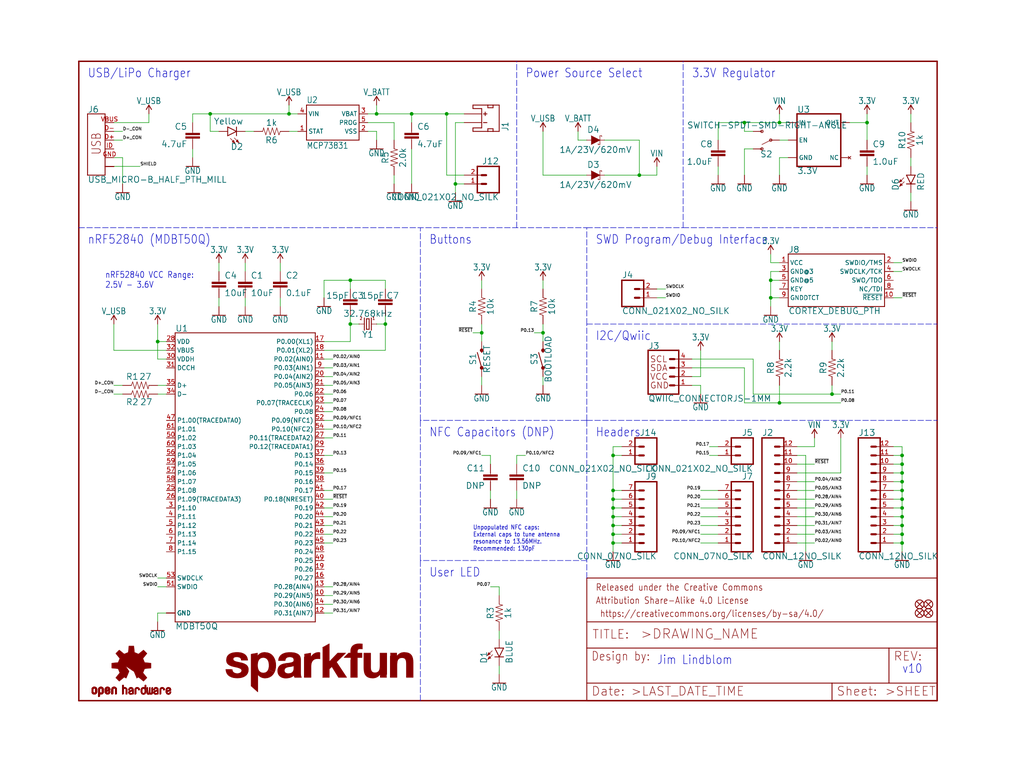
<source format=kicad_sch>
(kicad_sch (version 20211123) (generator eeschema)
  (paper "User" 297.002 223.926)
  (lib_symbols
    (symbol "schematicEagle-eagle-import:0.1UF-0603-25V-(+80{slash}-20%)"
      (property "Reference" "C" (at 1.524 2.921 0))
      (property "Value" "0.1UF-0603-25V-(+80{slash}-20%)" (at 1.524 -2.159 0))
      (symbol "0.1UF-0603-25V-(+80{slash}-20%)_1_0"
        (pin passive line (at 0 5.08 270) (length 2.54) (name "1") (number "1"))
        (pin passive line (at 0 -2.54 90) (length 2.54) (name "2") (number "2"))
      )
    )
    (symbol "schematicEagle-eagle-import:1.0UF-0603-16V-10%"
      (property "Reference" "C" (at 1.524 2.921 0))
      (property "Value" "1.0UF-0603-16V-10%" (at 1.524 -2.159 0))
      (symbol "1.0UF-0603-16V-10%_1_0"
        (pin passive line (at 0 5.08 270) (length 2.54) (name "1") (number "1"))
        (pin passive line (at 0 -2.54 90) (length 2.54) (name "2") (number "2"))
      )
    )
    (symbol "schematicEagle-eagle-import:10KOHM-0603-1{slash}10W-1%"
      (property "Reference" "R" (at 0 1.524 0))
      (property "Value" "10KOHM-0603-1{slash}10W-1%" (at 0 -1.524 0))
      (symbol "10KOHM-0603-1{slash}10W-1%_1_0"
        (pin passive line (at -5.08 0 0) (length 2.54) (name "1") (number "1"))
        (pin passive line (at 5.08 0 180) (length 2.54) (name "2") (number "2"))
      )
    )
    (symbol "schematicEagle-eagle-import:10UF-0603-6.3V-20%"
      (property "Reference" "C" (at 1.524 2.921 0))
      (property "Value" "10UF-0603-6.3V-20%" (at 1.524 -2.159 0))
      (symbol "10UF-0603-6.3V-20%_1_0"
        (pin passive line (at 0 5.08 270) (length 2.54) (name "1") (number "1"))
        (pin passive line (at 0 -2.54 90) (length 2.54) (name "2") (number "2"))
      )
    )
    (symbol "schematicEagle-eagle-import:15PF-0603-50V-5%"
      (property "Reference" "C" (at 1.524 2.921 0))
      (property "Value" "15PF-0603-50V-5%" (at 1.524 -2.159 0))
      (symbol "15PF-0603-50V-5%_1_0"
        (pin passive line (at 0 5.08 270) (length 2.54) (name "1") (number "1"))
        (pin passive line (at 0 -2.54 90) (length 2.54) (name "2") (number "2"))
      )
    )
    (symbol "schematicEagle-eagle-import:1KOHM-0603-1{slash}10W-1%"
      (property "Reference" "R" (at 0 1.524 0))
      (property "Value" "1KOHM-0603-1{slash}10W-1%" (at 0 -1.524 0))
      (symbol "1KOHM-0603-1{slash}10W-1%_1_0"
        (pin passive line (at -5.08 0 0) (length 2.54) (name "1") (number "1"))
        (pin passive line (at 5.08 0 180) (length 2.54) (name "2") (number "2"))
      )
    )
    (symbol "schematicEagle-eagle-import:2.0KOHM-0603-1{slash}10W-5%"
      (property "Reference" "R" (at 0 1.524 0))
      (property "Value" "2.0KOHM-0603-1{slash}10W-5%" (at 0 -1.524 0))
      (symbol "2.0KOHM-0603-1{slash}10W-5%_1_0"
        (pin passive line (at -5.08 0 0) (length 2.54) (name "1") (number "1"))
        (pin passive line (at 5.08 0 180) (length 2.54) (name "2") (number "2"))
      )
    )
    (symbol "schematicEagle-eagle-import:2.2KOHM-0603-1{slash}10W-1%"
      (property "Reference" "R" (at 0 1.524 0))
      (property "Value" "2.2KOHM-0603-1{slash}10W-1%" (at 0 -1.524 0))
      (symbol "2.2KOHM-0603-1{slash}10W-1%_1_0"
        (pin passive line (at -5.08 0 0) (length 2.54) (name "1") (number "1"))
        (pin passive line (at 5.08 0 180) (length 2.54) (name "2") (number "2"))
      )
    )
    (symbol "schematicEagle-eagle-import:270PF-0603-50V-5%"
      (property "Reference" "C" (at 1.524 2.921 0))
      (property "Value" "270PF-0603-50V-5%" (at 1.524 -2.159 0))
      (symbol "270PF-0603-50V-5%_1_0"
        (pin passive line (at 0 5.08 270) (length 2.54) (name "1") (number "1"))
        (pin passive line (at 0 -2.54 90) (length 2.54) (name "2") (number "2"))
      )
    )
    (symbol "schematicEagle-eagle-import:27OHM-0603-1{slash}10W-1%"
      (property "Reference" "R" (at 0 1.524 0))
      (property "Value" "27OHM-0603-1{slash}10W-1%" (at 0 -1.524 0))
      (symbol "27OHM-0603-1{slash}10W-1%_1_0"
        (pin passive line (at -5.08 0 0) (length 2.54) (name "1") (number "1"))
        (pin passive line (at 5.08 0 180) (length 2.54) (name "2") (number "2"))
      )
    )
    (symbol "schematicEagle-eagle-import:3.3V" (power)
      (property "Value" "3.3V" (at 0 2.794 0))
      (symbol "3.3V_1_0"
        (pin power_in line (at 0 0 90) (length 2.54) (name "3.3V") (number "1"))
      )
    )
    (symbol "schematicEagle-eagle-import:4.7UF-0603-6.3V-(10%)"
      (property "Reference" "C" (at 1.524 2.921 0))
      (property "Value" "4.7UF-0603-6.3V-(10%)" (at 1.524 -2.159 0))
      (symbol "4.7UF-0603-6.3V-(10%)_1_0"
        (pin passive line (at 0 5.08 270) (length 2.54) (name "1") (number "1"))
        (pin passive line (at 0 -2.54 90) (length 2.54) (name "2") (number "2"))
      )
    )
    (symbol "schematicEagle-eagle-import:CONN_021X02_NO_SILK"
      (property "Reference" "J" (at -2.54 5.588 0))
      (property "Value" "CONN_021X02_NO_SILK" (at -2.54 -4.826 0))
      (symbol "CONN_021X02_NO_SILK_1_0"
        (pin passive line (at 7.62 0 180) (length 5.08) (name "1") (number "1"))
        (pin passive line (at 7.62 2.54 180) (length 5.08) (name "2") (number "2"))
      )
    )
    (symbol "schematicEagle-eagle-import:CONN_07NO_SILK"
      (property "Reference" "J" (at -5.08 13.208 0))
      (property "Value" "CONN_07NO_SILK" (at -5.08 -9.906 0))
      (symbol "CONN_07NO_SILK_1_0"
        (pin passive line (at 5.08 -5.08 180) (length 5.08) (name "1") (number "1"))
        (pin passive line (at 5.08 -2.54 180) (length 5.08) (name "2") (number "2"))
        (pin passive line (at 5.08 0 180) (length 5.08) (name "3") (number "3"))
        (pin passive line (at 5.08 2.54 180) (length 5.08) (name "4") (number "4"))
        (pin passive line (at 5.08 5.08 180) (length 5.08) (name "5") (number "5"))
        (pin passive line (at 5.08 7.62 180) (length 5.08) (name "6") (number "6"))
        (pin passive line (at 5.08 10.16 180) (length 5.08) (name "7") (number "7"))
      )
    )
    (symbol "schematicEagle-eagle-import:CONN_12NO_SILK"
      (property "Reference" "J" (at 0 15.748 0))
      (property "Value" "CONN_12NO_SILK" (at 0 -20.066 0))
      (symbol "CONN_12NO_SILK_1_0"
        (pin passive line (at 10.16 -15.24 180) (length 5.08) (name "1") (number "1"))
        (pin passive line (at 10.16 7.62 180) (length 5.08) (name "10") (number "10"))
        (pin passive line (at 10.16 10.16 180) (length 5.08) (name "11") (number "11"))
        (pin passive line (at 10.16 12.7 180) (length 5.08) (name "12") (number "12"))
        (pin passive line (at 10.16 -12.7 180) (length 5.08) (name "2") (number "2"))
        (pin passive line (at 10.16 -10.16 180) (length 5.08) (name "3") (number "3"))
        (pin passive line (at 10.16 -7.62 180) (length 5.08) (name "4") (number "4"))
        (pin passive line (at 10.16 -5.08 180) (length 5.08) (name "5") (number "5"))
        (pin passive line (at 10.16 -2.54 180) (length 5.08) (name "6") (number "6"))
        (pin passive line (at 10.16 0 180) (length 5.08) (name "7") (number "7"))
        (pin passive line (at 10.16 2.54 180) (length 5.08) (name "8") (number "8"))
        (pin passive line (at 10.16 5.08 180) (length 5.08) (name "9") (number "9"))
      )
    )
    (symbol "schematicEagle-eagle-import:CORTEX_DEBUG_PTH"
      (property "Reference" "J" (at -12.7 7.874 0))
      (property "Value" "CORTEX_DEBUG_PTH" (at -12.7 -9.906 0))
      (symbol "CORTEX_DEBUG_PTH_1_0"
        (pin bidirectional line (at -15.24 5.08 0) (length 2.54) (name "VCC") (number "1"))
        (pin bidirectional line (at 17.78 -5.08 180) (length 2.54) (name "~{RESET}") (number "10"))
        (pin bidirectional line (at 17.78 5.08 180) (length 2.54) (name "SWDIO/TMS") (number "2"))
        (pin bidirectional line (at -15.24 2.54 0) (length 2.54) (name "GND@3") (number "3"))
        (pin bidirectional line (at 17.78 2.54 180) (length 2.54) (name "SWDCLK/TCK") (number "4"))
        (pin bidirectional line (at -15.24 0 0) (length 2.54) (name "GND@5") (number "5"))
        (pin bidirectional line (at 17.78 0 180) (length 2.54) (name "SWO/TDO") (number "6"))
        (pin bidirectional line (at -15.24 -2.54 0) (length 2.54) (name "KEY") (number "7"))
        (pin bidirectional line (at 17.78 -2.54 180) (length 2.54) (name "NC/TDI") (number "8"))
        (pin bidirectional line (at -15.24 -5.08 0) (length 2.54) (name "GNDDTCT") (number "9"))
      )
    )
    (symbol "schematicEagle-eagle-import:CRYSTAL-32.768KHZSMD-3.2X1.5"
      (property "Reference" "Y" (at 0 2.032 0))
      (property "Value" "CRYSTAL-32.768KHZSMD-3.2X1.5" (at 0 -2.032 0))
      (symbol "CRYSTAL-32.768KHZSMD-3.2X1.5_1_0"
        (text "1" (at -2.159 -1.143 0) (effects (font (size 0.8636 0.734)) (justify left bottom)))
        (text "2" (at 1.524 -1.143 0) (effects (font (size 0.8636 0.734)) (justify left bottom)))
        (pin passive line (at -2.54 0 0) (length 0) (name "1") (number "P$1"))
        (pin passive line (at 2.54 0 180) (length 0) (name "2") (number "P$2"))
      )
    )
    (symbol "schematicEagle-eagle-import:DIODE-SCHOTTKY-BAT20J"
      (property "Reference" "D" (at -2.54 2.032 0))
      (property "Value" "DIODE-SCHOTTKY-BAT20J" (at -2.54 -2.032 0))
      (symbol "DIODE-SCHOTTKY-BAT20J_1_0"
        (pin passive line (at -2.54 0 0) (length 0) (name "A") (number "A"))
        (pin passive line (at 2.54 0 180) (length 0) (name "C") (number "C"))
      )
    )
    (symbol "schematicEagle-eagle-import:FIDUCIALUFIDUCIAL")
    (symbol "schematicEagle-eagle-import:FRAME-LETTER"
      (symbol "FRAME-LETTER_2_0"
        (text " https://creativecommons.org/licenses/by-sa/4.0/" (at 2.54 24.13 0) (effects (font (size 1.9304 1.6408)) (justify left bottom)))
        (text ">DRAWING_NAME" (at 15.494 17.78 0) (effects (font (size 2.7432 2.7432)) (justify left bottom)))
        (text ">LAST_DATE_TIME" (at 12.7 1.27 0) (effects (font (size 2.54 2.54)) (justify left bottom)))
        (text ">SHEET" (at 86.36 1.27 0) (effects (font (size 2.54 2.54)) (justify left bottom)))
        (text "Attribution Share-Alike 4.0 License" (at 2.54 27.94 0) (effects (font (size 1.9304 1.6408)) (justify left bottom)))
        (text "Date:" (at 1.27 1.27 0) (effects (font (size 2.54 2.54)) (justify left bottom)))
        (text "Design by:" (at 1.27 11.43 0) (effects (font (size 2.54 2.159)) (justify left bottom)))
        (text "Released under the Creative Commons" (at 2.54 31.75 0) (effects (font (size 1.9304 1.6408)) (justify left bottom)))
        (text "REV:" (at 88.9 11.43 0) (effects (font (size 2.54 2.54)) (justify left bottom)))
        (text "Sheet:" (at 72.39 1.27 0) (effects (font (size 2.54 2.54)) (justify left bottom)))
        (text "TITLE:" (at 1.524 17.78 0) (effects (font (size 2.54 2.54)) (justify left bottom)))
      )
    )
    (symbol "schematicEagle-eagle-import:GND" (power)
      (property "Value" "GND" (at 0 -0.254 0))
      (symbol "GND_1_0"
        (pin power_in line (at 0 2.54 270) (length 2.54) (name "GND") (number "1"))
      )
    )
    (symbol "schematicEagle-eagle-import:JST_2MM_MALESMD"
      (property "Reference" "J" (at -2.54 5.842 0))
      (symbol "JST_2MM_MALESMD_1_0"
        (pin bidirectional line (at 0 -5.08 90) (length 5.08) (name "-") (number "1"))
        (pin bidirectional line (at 2.54 -5.08 90) (length 5.08) (name "+") (number "2"))
      )
    )
    (symbol "schematicEagle-eagle-import:LED-BLUE0603"
      (property "Reference" "D" (at -3.429 -4.572 90))
      (property "Value" "LED-BLUE0603" (at 1.905 -4.572 90))
      (symbol "LED-BLUE0603_1_0"
        (pin passive line (at 0 2.54 270) (length 2.54) (name "A") (number "A"))
        (pin passive line (at 0 -5.08 90) (length 2.54) (name "C") (number "C"))
      )
    )
    (symbol "schematicEagle-eagle-import:LED-RED0603"
      (property "Reference" "D" (at -3.429 -4.572 90))
      (property "Value" "LED-RED0603" (at 1.905 -4.572 90))
      (symbol "LED-RED0603_1_0"
        (pin passive line (at 0 2.54 270) (length 2.54) (name "A") (number "A"))
        (pin passive line (at 0 -5.08 90) (length 2.54) (name "C") (number "C"))
      )
    )
    (symbol "schematicEagle-eagle-import:LED-YELLOW0603"
      (property "Reference" "D" (at -3.429 -4.572 90))
      (property "Value" "LED-YELLOW0603" (at 1.905 -4.572 90))
      (symbol "LED-YELLOW0603_1_0"
        (pin passive line (at 0 2.54 270) (length 2.54) (name "A") (number "A"))
        (pin passive line (at 0 -5.08 90) (length 2.54) (name "C") (number "C"))
      )
    )
    (symbol "schematicEagle-eagle-import:MCP73831"
      (property "Reference" "U" (at -7.62 5.588 0))
      (property "Value" "MCP73831" (at -7.62 -7.62 0))
      (symbol "MCP73831_1_0"
        (pin output line (at -10.16 -2.54 0) (length 2.54) (name "STAT") (number "1"))
        (pin power_in line (at 10.16 -2.54 180) (length 2.54) (name "VSS") (number "2"))
        (pin power_in line (at 10.16 2.54 180) (length 2.54) (name "VBAT") (number "3"))
        (pin power_in line (at -10.16 2.54 0) (length 2.54) (name "VIN") (number "4"))
        (pin input line (at 10.16 0 180) (length 2.54) (name "PROG") (number "5"))
      )
    )
    (symbol "schematicEagle-eagle-import:MDBT50Q"
      (property "Reference" "U" (at -20.32 38.354 0))
      (property "Value" "MDBT50Q" (at -20.32 -45.974 0))
      (symbol "MDBT50Q_1_0"
        (pin bidirectional line (at -22.86 -43.18 0) (length 2.54) (name "GND") (number "1"))
        (pin bidirectional line (at 22.86 -38.1 180) (length 2.54) (name "P0.29(AIN5)") (number "10"))
        (pin bidirectional line (at 22.86 30.48 180) (length 2.54) (name "P0.02(AIN0)") (number "11"))
        (pin bidirectional line (at 22.86 -43.18 180) (length 2.54) (name "P0.31(AIN7)") (number "12"))
        (pin bidirectional line (at 22.86 -35.56 180) (length 2.54) (name "P0.28(AIN4)") (number "13"))
        (pin bidirectional line (at 22.86 -40.64 180) (length 2.54) (name "P0.30(AIN6)") (number "14"))
        (pin bidirectional line (at -22.86 -43.18 0) (length 2.54) (name "GND") (number "15"))
        (pin bidirectional line (at 22.86 -33.02 180) (length 2.54) (name "P0.27") (number "16"))
        (pin bidirectional line (at 22.86 35.56 180) (length 2.54) (name "P0.00(XL1)") (number "17"))
        (pin bidirectional line (at 22.86 33.02 180) (length 2.54) (name "P0.01(XL2)") (number "18"))
        (pin bidirectional line (at 22.86 -30.48 180) (length 2.54) (name "P0.26") (number "19"))
        (pin bidirectional line (at -22.86 -43.18 0) (length 2.54) (name "GND") (number "2"))
        (pin bidirectional line (at 22.86 25.4 180) (length 2.54) (name "P0.04(AIN2)") (number "20"))
        (pin bidirectional line (at 22.86 22.86 180) (length 2.54) (name "P0.05(AIN3)") (number "21"))
        (pin bidirectional line (at 22.86 20.32 180) (length 2.54) (name "P0.06") (number "22"))
        (pin bidirectional line (at 22.86 17.78 180) (length 2.54) (name "P0.07(TRACECLK)") (number "23"))
        (pin bidirectional line (at 22.86 15.24 180) (length 2.54) (name "P0.08") (number "24"))
        (pin bidirectional line (at -22.86 -7.62 0) (length 2.54) (name "P1.08") (number "25"))
        (pin bidirectional line (at -22.86 -10.16 0) (length 2.54) (name "P1.09(TRACEDATA3)") (number "26"))
        (pin bidirectional line (at 22.86 7.62 180) (length 2.54) (name "P0.11(TRACEDATA2)") (number "27"))
        (pin bidirectional line (at -22.86 35.56 0) (length 2.54) (name "VDD") (number "28"))
        (pin bidirectional line (at 22.86 5.08 180) (length 2.54) (name "P0.12(TRACEDATA1)") (number "29"))
        (pin bidirectional line (at -22.86 -12.7 0) (length 2.54) (name "P1.10") (number "3"))
        (pin bidirectional line (at -22.86 30.48 0) (length 2.54) (name "VDDH") (number "30"))
        (pin bidirectional line (at -22.86 27.94 0) (length 2.54) (name "DCCH") (number "31"))
        (pin bidirectional line (at -22.86 33.02 0) (length 2.54) (name "VBUS") (number "32"))
        (pin bidirectional line (at -22.86 -43.18 0) (length 2.54) (name "GND") (number "33"))
        (pin bidirectional line (at -22.86 20.32 0) (length 2.54) (name "D-") (number "34"))
        (pin bidirectional line (at -22.86 22.86 0) (length 2.54) (name "D+") (number "35"))
        (pin bidirectional line (at 22.86 0 180) (length 2.54) (name "P0.14") (number "36"))
        (pin bidirectional line (at 22.86 2.54 180) (length 2.54) (name "P0.13") (number "37"))
        (pin bidirectional line (at 22.86 -5.08 180) (length 2.54) (name "P0.16") (number "38"))
        (pin bidirectional line (at 22.86 -2.54 180) (length 2.54) (name "P0.15") (number "39"))
        (pin bidirectional line (at -22.86 -15.24 0) (length 2.54) (name "P1.11") (number "4"))
        (pin bidirectional line (at 22.86 -10.16 180) (length 2.54) (name "P0.18(NRESET)") (number "40"))
        (pin bidirectional line (at 22.86 -7.62 180) (length 2.54) (name "P0.17") (number "41"))
        (pin bidirectional line (at 22.86 -12.7 180) (length 2.54) (name "P0.19") (number "42"))
        (pin bidirectional line (at 22.86 -17.78 180) (length 2.54) (name "P0.21") (number "43"))
        (pin bidirectional line (at 22.86 -15.24 180) (length 2.54) (name "P0.20") (number "44"))
        (pin bidirectional line (at 22.86 -22.86 180) (length 2.54) (name "P0.23") (number "45"))
        (pin bidirectional line (at 22.86 -20.32 180) (length 2.54) (name "P0.22") (number "46"))
        (pin bidirectional line (at -22.86 12.7 0) (length 2.54) (name "P1.00(TRACEDATA0)") (number "47"))
        (pin bidirectional line (at 22.86 -25.4 180) (length 2.54) (name "P0.24") (number "48"))
        (pin bidirectional line (at 22.86 -27.94 180) (length 2.54) (name "P0.25") (number "49"))
        (pin bidirectional line (at -22.86 -17.78 0) (length 2.54) (name "P1.12") (number "5"))
        (pin bidirectional line (at -22.86 7.62 0) (length 2.54) (name "P1.02") (number "50"))
        (pin bidirectional line (at -22.86 -35.56 0) (length 2.54) (name "SWDIO") (number "51"))
        (pin bidirectional line (at 22.86 12.7 180) (length 2.54) (name "P0.09(NFC1)") (number "52"))
        (pin bidirectional line (at -22.86 -33.02 0) (length 2.54) (name "SWDCLK") (number "53"))
        (pin bidirectional line (at 22.86 10.16 180) (length 2.54) (name "P0.10(NFC2)") (number "54"))
        (pin bidirectional line (at -22.86 -43.18 0) (length 2.54) (name "GND") (number "55"))
        (pin bidirectional line (at -22.86 2.54 0) (length 2.54) (name "P1.04") (number "56"))
        (pin bidirectional line (at -22.86 -2.54 0) (length 2.54) (name "P1.06") (number "57"))
        (pin bidirectional line (at -22.86 -5.08 0) (length 2.54) (name "P1.07") (number "58"))
        (pin bidirectional line (at -22.86 0 0) (length 2.54) (name "P1.05") (number "59"))
        (pin bidirectional line (at -22.86 -20.32 0) (length 2.54) (name "P1.13") (number "6"))
        (pin bidirectional line (at -22.86 5.08 0) (length 2.54) (name "P1.03") (number "60"))
        (pin bidirectional line (at -22.86 10.16 0) (length 2.54) (name "P1.01") (number "61"))
        (pin bidirectional line (at -22.86 -22.86 0) (length 2.54) (name "P1.14") (number "7"))
        (pin bidirectional line (at -22.86 -25.4 0) (length 2.54) (name "P1.15") (number "8"))
        (pin bidirectional line (at 22.86 27.94 180) (length 2.54) (name "P0.03(AIN1)") (number "9"))
      )
    )
    (symbol "schematicEagle-eagle-import:MOMENTARY-SWITCH-SPST-SMD-RIGHT-ANGLE"
      (property "Reference" "S" (at 0 1.524 0))
      (property "Value" "MOMENTARY-SWITCH-SPST-SMD-RIGHT-ANGLE" (at 0 -0.508 0))
      (symbol "MOMENTARY-SWITCH-SPST-SMD-RIGHT-ANGLE_1_0"
        (pin passive line (at -5.08 0 0) (length 2.54) (name "1") (number "1"))
        (pin passive line (at 5.08 0 180) (length 2.54) (name "2") (number "2"))
      )
    )
    (symbol "schematicEagle-eagle-import:OSHW-LOGOS")
    (symbol "schematicEagle-eagle-import:QWIIC_CONNECTORJS-1MM"
      (property "Reference" "J" (at -5.08 7.874 0))
      (property "Value" "QWIIC_CONNECTORJS-1MM" (at -5.08 -5.334 0))
      (symbol "QWIIC_CONNECTORJS-1MM_1_0"
        (text "GND" (at -4.572 -2.54 0) (effects (font (size 1.778 1.778)) (justify left)))
        (text "SCL" (at -4.572 5.08 0) (effects (font (size 1.778 1.778)) (justify left)))
        (text "SDA" (at -4.572 2.54 0) (effects (font (size 1.778 1.778)) (justify left)))
        (text "VCC" (at -4.572 0 0) (effects (font (size 1.778 1.778)) (justify left)))
        (pin power_in line (at 7.62 -2.54 180) (length 5.08) (name "1") (number "1"))
        (pin power_in line (at 7.62 0 180) (length 5.08) (name "2") (number "2"))
        (pin passive line (at 7.62 2.54 180) (length 5.08) (name "3") (number "3"))
        (pin passive line (at 7.62 5.08 180) (length 5.08) (name "4") (number "4"))
      )
    )
    (symbol "schematicEagle-eagle-import:SFE_LOGO_NAME.2_INCH")
    (symbol "schematicEagle-eagle-import:SWITCH-SPDT-SMD-RIGHT-ANGLE"
      (property "Reference" "S" (at 1.27 3.048 0))
      (property "Value" "SWITCH-SPDT-SMD-RIGHT-ANGLE" (at 1.016 -3.302 0))
      (symbol "SWITCH-SPDT-SMD-RIGHT-ANGLE_1_0"
        (pin passive line (at 5.08 2.54 180) (length 2.54) (name "O") (number "1"))
        (pin passive line (at -2.54 0 0) (length 2.54) (name "P") (number "2"))
        (pin passive line (at 5.08 -2.54 180) (length 2.54) (name "S") (number "3"))
      )
    )
    (symbol "schematicEagle-eagle-import:USB_MICRO-B_HALF_PTH_MILL"
      (property "Reference" "J" (at -2.54 10.414 0))
      (property "Value" "USB_MICRO-B_HALF_PTH_MILL" (at -2.54 -9.906 0))
      (symbol "USB_MICRO-B_HALF_PTH_MILL_1_0"
        (text "USB" (at 0 1.524 900) (effects (font (size 2.54 2.159))))
        (pin bidirectional line (at 5.08 2.54 180) (length 2.54) (name "D+") (number "D+"))
        (pin bidirectional line (at 5.08 5.08 180) (length 2.54) (name "D-") (number "D-"))
        (pin power_in line (at 5.08 -2.54 180) (length 2.54) (name "GND") (number "GND"))
        (pin bidirectional line (at 5.08 0 180) (length 2.54) (name "ID") (number "ID"))
        (pin bidirectional line (at 5.08 -5.08 180) (length 2.54) (name "SHIELD") (number "SHIELD"))
        (pin bidirectional line (at 5.08 -5.08 180) (length 2.54) (name "SHIELD") (number "SHIELD10"))
        (pin bidirectional line (at 5.08 -5.08 180) (length 2.54) (name "SHIELD") (number "SHIELD2"))
        (pin bidirectional line (at 5.08 -5.08 180) (length 2.54) (name "SHIELD") (number "SHIELD3"))
        (pin bidirectional line (at 5.08 -5.08 180) (length 2.54) (name "SHIELD") (number "SHIELD4"))
        (pin bidirectional line (at 5.08 -5.08 180) (length 2.54) (name "SHIELD") (number "SHIELD5"))
        (pin bidirectional line (at 5.08 -5.08 180) (length 2.54) (name "SHIELD") (number "SHIELD6"))
        (pin bidirectional line (at 5.08 -5.08 180) (length 2.54) (name "SHIELD") (number "SHIELD7"))
        (pin bidirectional line (at 5.08 -5.08 180) (length 2.54) (name "SHIELD") (number "SHIELD8"))
        (pin bidirectional line (at 5.08 -5.08 180) (length 2.54) (name "SHIELD") (number "SHIELD9"))
        (pin power_in line (at 5.08 7.62 180) (length 2.54) (name "VBUS") (number "VBUS"))
      )
    )
    (symbol "schematicEagle-eagle-import:VIN" (power)
      (property "Value" "VIN" (at 0 2.794 0))
      (symbol "VIN_1_0"
        (pin power_in line (at 0 0 90) (length 2.54) (name "VIN") (number "1"))
      )
    )
    (symbol "schematicEagle-eagle-import:V_BATT" (power)
      (property "Value" "V_BATT" (at 0 2.794 0))
      (symbol "V_BATT_1_0"
        (pin power_in line (at 0 0 90) (length 2.54) (name "V_BATT") (number "1"))
      )
    )
    (symbol "schematicEagle-eagle-import:V_REG_AP2112K-3.3V"
      (property "Reference" "U" (at -7.62 7.874 0))
      (property "Value" "V_REG_AP2112K-3.3V" (at -7.62 -7.874 0))
      (symbol "V_REG_AP2112K-3.3V_1_0"
        (pin input line (at -10.16 5.08 0) (length 2.54) (name "IN") (number "1"))
        (pin input line (at -10.16 -5.08 0) (length 2.54) (name "GND") (number "2"))
        (pin input line (at -10.16 0 0) (length 2.54) (name "EN") (number "3"))
        (pin no_connect line (at 7.62 -5.08 180) (length 2.54) (name "NC") (number "4"))
        (pin passive line (at 7.62 5.08 180) (length 2.54) (name "OUT") (number "5"))
      )
    )
    (symbol "schematicEagle-eagle-import:V_USB" (power)
      (property "Value" "V_USB" (at 0 2.794 0))
      (symbol "V_USB_1_0"
        (pin power_in line (at 0 0 90) (length 2.54) (name "V_USB") (number "1"))
      )
    )
  )
  (junction (at 177.8 144.78))
  (junction (at 101.6 81.28))
  (junction (at 261.62 154.94))
  (junction (at 139.7 96.52))
  (junction (at 109.22 33.02))
  (junction (at 261.62 152.4))
  (junction (at 177.8 132.08))
  (junction (at 111.76 93.98))
  (junction (at 177.8 157.48))
  (junction (at 60.96 33.02))
  (junction (at 177.8 149.86))
  (junction (at 261.62 132.08))
  (junction (at 226.06 116.84))
  (junction (at 261.62 147.32))
  (junction (at 223.52 86.36))
  (junction (at 261.62 149.86))
  (junction (at 119.38 33.02))
  (junction (at 215.9 35.56))
  (junction (at 101.6 93.98))
  (junction (at 157.48 96.52))
  (junction (at 261.62 144.78))
  (junction (at 223.52 81.28))
  (junction (at 226.06 35.56))
  (junction (at 177.8 147.32))
  (junction (at 132.08 53.34))
  (junction (at 261.62 139.7))
  (junction (at 261.62 157.48))
  (junction (at 177.8 152.4))
  (junction (at 185.42 50.8))
  (junction (at 261.62 142.24))
  (junction (at 177.8 154.94))
  (junction (at 177.8 142.24))
  (junction (at 241.3 114.3))
  (junction (at 83.82 33.02))
  (junction (at 45.72 99.06))
  (junction (at 261.62 134.62))
  (junction (at 261.62 137.16))
  (junction (at 129.54 33.02))
  (junction (at 251.46 35.56))
  (wire (pts (xy 177.8 142.24) (xy 177.8 144.78)))
  (wire (pts (xy 157.48 93.98) (xy 157.48 96.52)))
  (wire (pts (xy 226.06 86.36) (xy 223.52 86.36)))
  (wire (pts (xy 208.28 149.86) (xy 203.2 149.86)))
  (polyline (pts (xy 121.92 162.56) (xy 121.92 121.92)))
  (wire (pts (xy 93.98 127) (xy 96.52 127)))
  (wire (pts (xy 111.76 81.28) (xy 101.6 81.28)))
  (wire (pts (xy 231.14 147.32) (xy 236.22 147.32)))
  (wire (pts (xy 109.22 93.98) (xy 111.76 93.98)))
  (wire (pts (xy 93.98 137.16) (xy 96.52 137.16)))
  (wire (pts (xy 259.08 154.94) (xy 261.62 154.94)))
  (wire (pts (xy 48.26 101.6) (xy 33.02 101.6)))
  (wire (pts (xy 48.26 99.06) (xy 45.72 99.06)))
  (wire (pts (xy 142.24 134.62) (xy 142.24 132.08)))
  (wire (pts (xy 228.6 45.72) (xy 226.06 45.72)))
  (wire (pts (xy 223.52 76.2) (xy 223.52 73.66)))
  (wire (pts (xy 93.98 149.86) (xy 96.52 149.86)))
  (wire (pts (xy 33.02 45.72) (xy 35.56 45.72)))
  (wire (pts (xy 259.08 132.08) (xy 261.62 132.08)))
  (wire (pts (xy 259.08 134.62) (xy 261.62 134.62)))
  (wire (pts (xy 180.34 142.24) (xy 177.8 142.24)))
  (wire (pts (xy 157.48 81.28) (xy 157.48 83.82)))
  (wire (pts (xy 261.62 129.54) (xy 261.62 132.08)))
  (wire (pts (xy 218.44 38.1) (xy 215.9 38.1)))
  (wire (pts (xy 81.28 76.2) (xy 81.28 78.74)))
  (wire (pts (xy 251.46 50.8) (xy 251.46 48.26)))
  (wire (pts (xy 48.26 177.8) (xy 45.72 177.8)))
  (wire (pts (xy 129.54 33.02) (xy 134.62 33.02)))
  (wire (pts (xy 241.3 114.3) (xy 241.3 111.76)))
  (wire (pts (xy 93.98 142.24) (xy 96.52 142.24)))
  (wire (pts (xy 177.8 147.32) (xy 177.8 149.86)))
  (wire (pts (xy 35.56 114.3) (xy 33.02 114.3)))
  (wire (pts (xy 71.12 38.1) (xy 73.66 38.1)))
  (wire (pts (xy 93.98 172.72) (xy 96.52 172.72)))
  (wire (pts (xy 261.62 134.62) (xy 261.62 137.16)))
  (wire (pts (xy 228.6 35.56) (xy 226.06 35.56)))
  (wire (pts (xy 215.9 38.1) (xy 215.9 35.56)))
  (wire (pts (xy 109.22 38.1) (xy 109.22 40.64)))
  (wire (pts (xy 208.28 157.48) (xy 203.2 157.48)))
  (wire (pts (xy 231.14 154.94) (xy 236.22 154.94)))
  (wire (pts (xy 226.06 99.06) (xy 226.06 101.6)))
  (wire (pts (xy 144.78 182.88) (xy 144.78 185.42)))
  (wire (pts (xy 185.42 40.64) (xy 185.42 50.8)))
  (wire (pts (xy 180.34 147.32) (xy 177.8 147.32)))
  (wire (pts (xy 259.08 129.54) (xy 261.62 129.54)))
  (wire (pts (xy 111.76 101.6) (xy 111.76 93.98)))
  (wire (pts (xy 259.08 76.2) (xy 261.62 76.2)))
  (wire (pts (xy 33.02 35.56) (xy 43.18 35.56)))
  (wire (pts (xy 218.44 114.3) (xy 241.3 114.3)))
  (wire (pts (xy 93.98 86.36) (xy 93.98 81.28)))
  (wire (pts (xy 177.8 152.4) (xy 177.8 154.94)))
  (wire (pts (xy 231.14 152.4) (xy 236.22 152.4)))
  (wire (pts (xy 208.28 144.78) (xy 203.2 144.78)))
  (wire (pts (xy 106.68 35.56) (xy 114.3 35.56)))
  (wire (pts (xy 45.72 99.06) (xy 45.72 93.98)))
  (wire (pts (xy 55.88 45.72) (xy 55.88 43.18)))
  (wire (pts (xy 167.64 40.64) (xy 167.64 38.1)))
  (wire (pts (xy 251.46 35.56) (xy 251.46 33.02)))
  (wire (pts (xy 93.98 106.68) (xy 96.52 106.68)))
  (wire (pts (xy 93.98 104.14) (xy 96.52 104.14)))
  (wire (pts (xy 93.98 147.32) (xy 96.52 147.32)))
  (wire (pts (xy 101.6 99.06) (xy 101.6 93.98)))
  (wire (pts (xy 71.12 88.9) (xy 71.12 86.36)))
  (wire (pts (xy 33.02 40.64) (xy 35.56 40.64)))
  (polyline (pts (xy 198.12 66.04) (xy 271.78 66.04)))
  (wire (pts (xy 157.48 50.8) (xy 157.48 38.1)))
  (wire (pts (xy 106.68 33.02) (xy 109.22 33.02)))
  (polyline (pts (xy 170.18 121.92) (xy 271.78 121.92)))
  (wire (pts (xy 218.44 43.18) (xy 215.9 43.18)))
  (wire (pts (xy 129.54 50.8) (xy 129.54 33.02)))
  (wire (pts (xy 228.6 40.64) (xy 226.06 40.64)))
  (wire (pts (xy 157.48 96.52) (xy 154.94 96.52)))
  (wire (pts (xy 144.78 195.58) (xy 144.78 193.04)))
  (wire (pts (xy 93.98 132.08) (xy 96.52 132.08)))
  (wire (pts (xy 45.72 111.76) (xy 48.26 111.76)))
  (wire (pts (xy 93.98 157.48) (xy 96.52 157.48)))
  (wire (pts (xy 33.02 38.1) (xy 35.56 38.1)))
  (wire (pts (xy 134.62 53.34) (xy 132.08 53.34)))
  (wire (pts (xy 93.98 124.46) (xy 96.52 124.46)))
  (wire (pts (xy 93.98 116.84) (xy 96.52 116.84)))
  (wire (pts (xy 93.98 154.94) (xy 96.52 154.94)))
  (wire (pts (xy 231.14 144.78) (xy 236.22 144.78)))
  (wire (pts (xy 180.34 149.86) (xy 177.8 149.86)))
  (wire (pts (xy 259.08 147.32) (xy 261.62 147.32)))
  (wire (pts (xy 48.26 167.64) (xy 45.72 167.64)))
  (wire (pts (xy 259.08 144.78) (xy 261.62 144.78)))
  (wire (pts (xy 180.34 132.08) (xy 177.8 132.08)))
  (wire (pts (xy 142.24 132.08) (xy 139.7 132.08)))
  (wire (pts (xy 208.28 48.26) (xy 208.28 50.8)))
  (wire (pts (xy 139.7 96.52) (xy 139.7 99.06)))
  (wire (pts (xy 259.08 139.7) (xy 261.62 139.7)))
  (polyline (pts (xy 170.18 93.98) (xy 271.78 93.98)))
  (wire (pts (xy 200.66 104.14) (xy 218.44 104.14)))
  (wire (pts (xy 259.08 149.86) (xy 261.62 149.86)))
  (wire (pts (xy 261.62 152.4) (xy 261.62 154.94)))
  (wire (pts (xy 261.62 147.32) (xy 261.62 149.86)))
  (wire (pts (xy 114.3 35.56) (xy 114.3 40.64)))
  (wire (pts (xy 259.08 137.16) (xy 261.62 137.16)))
  (wire (pts (xy 144.78 172.72) (xy 144.78 170.18)))
  (polyline (pts (xy 170.18 93.98) (xy 170.18 66.04)))
  (wire (pts (xy 208.28 154.94) (xy 203.2 154.94)))
  (wire (pts (xy 231.14 137.16) (xy 243.84 137.16)))
  (wire (pts (xy 33.02 101.6) (xy 33.02 93.98)))
  (wire (pts (xy 55.88 33.02) (xy 55.88 35.56)))
  (wire (pts (xy 251.46 40.64) (xy 251.46 35.56)))
  (wire (pts (xy 134.62 50.8) (xy 129.54 50.8)))
  (wire (pts (xy 226.06 35.56) (xy 226.06 33.02)))
  (wire (pts (xy 259.08 86.36) (xy 261.62 86.36)))
  (wire (pts (xy 170.18 40.64) (xy 167.64 40.64)))
  (wire (pts (xy 243.84 137.16) (xy 243.84 127)))
  (polyline (pts (xy 198.12 66.04) (xy 198.12 17.78)))
  (wire (pts (xy 180.34 144.78) (xy 177.8 144.78)))
  (wire (pts (xy 101.6 93.98) (xy 101.6 91.44)))
  (wire (pts (xy 261.62 154.94) (xy 261.62 157.48)))
  (wire (pts (xy 177.8 154.94) (xy 177.8 157.48)))
  (wire (pts (xy 180.34 157.48) (xy 177.8 157.48)))
  (wire (pts (xy 48.26 104.14) (xy 45.72 104.14)))
  (wire (pts (xy 200.66 109.22) (xy 203.2 109.22)))
  (wire (pts (xy 119.38 33.02) (xy 129.54 33.02)))
  (wire (pts (xy 215.9 35.56) (xy 226.06 35.56)))
  (wire (pts (xy 223.52 86.36) (xy 223.52 88.9)))
  (wire (pts (xy 231.14 139.7) (xy 236.22 139.7)))
  (polyline (pts (xy 170.18 66.04) (xy 198.12 66.04)))
  (polyline (pts (xy 121.92 203.2) (xy 121.92 162.56)))
  (wire (pts (xy 208.28 35.56) (xy 208.28 40.64)))
  (wire (pts (xy 63.5 76.2) (xy 63.5 78.74)))
  (wire (pts (xy 208.28 129.54) (xy 205.74 129.54)))
  (wire (pts (xy 261.62 144.78) (xy 261.62 147.32)))
  (wire (pts (xy 157.48 111.76) (xy 157.48 109.22)))
  (wire (pts (xy 231.14 157.48) (xy 236.22 157.48)))
  (polyline (pts (xy 22.86 66.04) (xy 170.18 66.04)))
  (wire (pts (xy 190.5 83.82) (xy 193.04 83.82)))
  (wire (pts (xy 139.7 83.82) (xy 139.7 81.28)))
  (wire (pts (xy 83.82 38.1) (xy 86.36 38.1)))
  (wire (pts (xy 114.3 53.34) (xy 114.3 50.8)))
  (wire (pts (xy 177.8 149.86) (xy 177.8 152.4)))
  (wire (pts (xy 241.3 99.06) (xy 241.3 101.6)))
  (wire (pts (xy 93.98 170.18) (xy 96.52 170.18)))
  (wire (pts (xy 261.62 137.16) (xy 261.62 139.7)))
  (wire (pts (xy 132.08 53.34) (xy 132.08 55.88)))
  (polyline (pts (xy 121.92 121.92) (xy 121.92 66.04)))
  (wire (pts (xy 83.82 30.48) (xy 83.82 33.02)))
  (wire (pts (xy 45.72 104.14) (xy 45.72 99.06)))
  (wire (pts (xy 208.28 152.4) (xy 203.2 152.4)))
  (wire (pts (xy 157.48 50.8) (xy 170.18 50.8)))
  (wire (pts (xy 157.48 96.52) (xy 157.48 99.06)))
  (wire (pts (xy 60.96 33.02) (xy 55.88 33.02)))
  (wire (pts (xy 180.34 154.94) (xy 177.8 154.94)))
  (wire (pts (xy 223.52 78.74) (xy 223.52 81.28)))
  (wire (pts (xy 200.66 111.76) (xy 203.2 111.76)))
  (wire (pts (xy 93.98 99.06) (xy 101.6 99.06)))
  (wire (pts (xy 208.28 35.56) (xy 215.9 35.56)))
  (wire (pts (xy 81.28 88.9) (xy 81.28 86.36)))
  (wire (pts (xy 149.86 132.08) (xy 152.4 132.08)))
  (wire (pts (xy 261.62 142.24) (xy 261.62 144.78)))
  (wire (pts (xy 261.62 139.7) (xy 261.62 142.24)))
  (wire (pts (xy 203.2 109.22) (xy 203.2 101.6)))
  (wire (pts (xy 93.98 175.26) (xy 96.52 175.26)))
  (wire (pts (xy 101.6 83.82) (xy 101.6 81.28)))
  (wire (pts (xy 83.82 33.02) (xy 86.36 33.02)))
  (wire (pts (xy 215.9 106.68) (xy 215.9 116.84)))
  (wire (pts (xy 142.24 144.78) (xy 142.24 142.24)))
  (wire (pts (xy 93.98 119.38) (xy 96.52 119.38)))
  (wire (pts (xy 259.08 152.4) (xy 261.62 152.4)))
  (wire (pts (xy 190.5 50.8) (xy 190.5 48.26)))
  (wire (pts (xy 139.7 111.76) (xy 139.7 109.22)))
  (wire (pts (xy 200.66 106.68) (xy 215.9 106.68)))
  (wire (pts (xy 111.76 83.82) (xy 111.76 81.28)))
  (wire (pts (xy 215.9 116.84) (xy 226.06 116.84)))
  (wire (pts (xy 48.26 170.18) (xy 45.72 170.18)))
  (wire (pts (xy 33.02 48.26) (xy 40.64 48.26)))
  (wire (pts (xy 60.96 38.1) (xy 60.96 33.02)))
  (wire (pts (xy 180.34 152.4) (xy 177.8 152.4)))
  (wire (pts (xy 104.14 93.98) (xy 101.6 93.98)))
  (wire (pts (xy 139.7 96.52) (xy 137.16 96.52)))
  (wire (pts (xy 241.3 114.3) (xy 243.84 114.3)))
  (wire (pts (xy 264.16 33.02) (xy 264.16 35.56)))
  (wire (pts (xy 185.42 50.8) (xy 190.5 50.8)))
  (wire (pts (xy 93.98 101.6) (xy 111.76 101.6)))
  (wire (pts (xy 226.06 76.2) (xy 223.52 76.2)))
  (wire (pts (xy 93.98 114.3) (xy 96.52 114.3)))
  (wire (pts (xy 261.62 149.86) (xy 261.62 152.4)))
  (wire (pts (xy 215.9 43.18) (xy 215.9 50.8)))
  (wire (pts (xy 109.22 33.02) (xy 109.22 30.48)))
  (wire (pts (xy 259.08 78.74) (xy 261.62 78.74)))
  (wire (pts (xy 231.14 129.54) (xy 236.22 129.54)))
  (polyline (pts (xy 170.18 167.64) (xy 170.18 162.56)))
  (wire (pts (xy 119.38 53.34) (xy 119.38 43.18)))
  (wire (pts (xy 35.56 45.72) (xy 35.56 53.34)))
  (polyline (pts (xy 170.18 121.92) (xy 170.18 93.98)))
  (wire (pts (xy 71.12 76.2) (xy 71.12 78.74)))
  (wire (pts (xy 226.06 45.72) (xy 226.06 50.8)))
  (wire (pts (xy 226.06 81.28) (xy 223.52 81.28)))
  (wire (pts (xy 190.5 86.36) (xy 193.04 86.36)))
  (polyline (pts (xy 170.18 121.92) (xy 121.92 121.92)))
  (polyline (pts (xy 149.86 66.04) (xy 149.86 17.78)))
  (wire (pts (xy 63.5 38.1) (xy 60.96 38.1)))
  (polyline (pts (xy 170.18 162.56) (xy 121.92 162.56)))
  (wire (pts (xy 139.7 93.98) (xy 139.7 96.52)))
  (wire (pts (xy 218.44 104.14) (xy 218.44 114.3)))
  (wire (pts (xy 106.68 38.1) (xy 109.22 38.1)))
  (wire (pts (xy 93.98 111.76) (xy 96.52 111.76)))
  (wire (pts (xy 35.56 111.76) (xy 33.02 111.76)))
  (wire (pts (xy 177.8 157.48) (xy 177.8 160.02)))
  (wire (pts (xy 231.14 134.62) (xy 236.22 134.62)))
  (wire (pts (xy 45.72 114.3) (xy 48.26 114.3)))
  (wire (pts (xy 180.34 129.54) (xy 177.8 129.54)))
  (wire (pts (xy 261.62 157.48) (xy 261.62 160.02)))
  (wire (pts (xy 203.2 111.76) (xy 203.2 114.3)))
  (wire (pts (xy 132.08 35.56) (xy 132.08 53.34)))
  (wire (pts (xy 119.38 33.02) (xy 119.38 35.56)))
  (wire (pts (xy 60.96 33.02) (xy 83.82 33.02)))
  (wire (pts (xy 259.08 142.24) (xy 261.62 142.24)))
  (wire (pts (xy 144.78 170.18) (xy 142.24 170.18)))
  (wire (pts (xy 261.62 132.08) (xy 261.62 134.62)))
  (wire (pts (xy 93.98 109.22) (xy 96.52 109.22)))
  (wire (pts (xy 93.98 177.8) (xy 96.52 177.8)))
  (wire (pts (xy 93.98 152.4) (xy 96.52 152.4)))
  (wire (pts (xy 63.5 88.9) (xy 63.5 86.36)))
  (wire (pts (xy 223.52 81.28) (xy 223.52 86.36)))
  (wire (pts (xy 264.16 48.26) (xy 264.16 45.72)))
  (wire (pts (xy 101.6 81.28) (xy 93.98 81.28)))
  (wire (pts (xy 231.14 149.86) (xy 236.22 149.86)))
  (wire (pts (xy 185.42 50.8) (xy 175.26 50.8)))
  (wire (pts (xy 177.8 144.78) (xy 177.8 147.32)))
  (wire (pts (xy 111.76 93.98) (xy 111.76 91.44)))
  (wire (pts (xy 226.06 116.84) (xy 226.06 111.76)))
  (wire (pts (xy 149.86 134.62) (xy 149.86 132.08)))
  (wire (pts (xy 251.46 35.56) (xy 246.38 35.56)))
  (wire (pts (xy 231.14 142.24) (xy 236.22 142.24)))
  (polyline (pts (xy 170.18 162.56) (xy 170.18 121.92)))
  (wire (pts (xy 134.62 35.56) (xy 132.08 35.56)))
  (wire (pts (xy 233.68 132.08) (xy 233.68 160.02)))
  (wire (pts (xy 93.98 144.78) (xy 96.52 144.78)))
  (wire (pts (xy 109.22 33.02) (xy 119.38 33.02)))
  (wire (pts (xy 259.08 157.48) (xy 261.62 157.48)))
  (wire (pts (xy 236.22 129.54) (xy 236.22 127)))
  (wire (pts (xy 177.8 132.08) (xy 177.8 142.24)))
  (wire (pts (xy 226.06 116.84) (xy 243.84 116.84)))
  (wire (pts (xy 226.06 78.74) (xy 223.52 78.74)))
  (wire (pts (xy 149.86 144.78) (xy 149.86 142.24)))
  (wire (pts (xy 208.28 142.24) (xy 203.2 142.24)))
  (wire (pts (xy 231.14 132.08) (xy 233.68 132.08)))
  (wire (pts (xy 208.28 147.32) (xy 203.2 147.32)))
  (wire (pts (xy 264.16 58.42) (xy 264.16 55.88)))
  (wire (pts (xy 43.18 35.56) (xy 43.18 33.02)))
  (wire (pts (xy 93.98 121.92) (xy 96.52 121.92)))
  (wire (pts (xy 175.26 40.64) (xy 185.42 40.64)))
  (wire (pts (xy 45.72 177.8) (xy 45.72 180.34)))
  (wire (pts (xy 208.28 132.08) (xy 205.74 132.08)))
  (wire (pts (xy 177.8 129.54) (xy 177.8 132.08)))
  (text "USB/LiPo Charger" (at 25.4 22.86 180) (effects (font (size 2.54 2.159)) (justify left bottom)))
  (text "nRF52840 (MDBT50Q)" (at 25.4 71.12 180) (effects (font (size 2.54 2.159)) (justify left bottom)))
  (text "v10" (at 261.62 195.58 180) (effects (font (size 2.54 2.159)) (justify left bottom)))
  (text "3.3V Regulator" (at 200.66 22.86 180) (effects (font (size 2.54 2.159)) (justify left bottom)))
  (text "Headers" (at 172.72 127 180) (effects (font (size 2.54 2.159)) (justify left bottom)))
  (text "Unpopulated NFC caps:\nExternal caps to tune antenna\nresonance to 13.56MHz.\nRecommended: 130pF" (at 137.16 160.02 0) (effects (font (size 1.27 1.0795)) (justify left bottom)))
  (text "User LED" (at 124.46 167.64 180) (effects (font (size 2.54 2.159)) (justify left bottom)))
  (text "Power Source Select" (at 152.4 22.86 180) (effects (font (size 2.54 2.159)) (justify left bottom)))
  (text "Buttons" (at 124.46 71.12 180) (effects (font (size 2.54 2.159)) (justify left bottom)))
  (text "NFC Capacitors (DNP)" (at 124.46 127 180) (effects (font (size 2.54 2.159)) (justify left bottom)))
  (text "I2C/Qwiic" (at 172.72 99.06 180) (effects (font (size 2.54 2.159)) (justify left bottom)))
  (text "SWD Program/Debug Interface" (at 172.72 71.12 180) (effects (font (size 2.54 2.159)) (justify left bottom)))
  (text "Jim Lindblom" (at 190.5 193.04 180) (effects (font (size 2.54 2.159)) (justify left bottom)))
  (text "nRF52840 VCC Range:\n2.5V - 3.6V" (at 30.48 83.82 180) (effects (font (size 1.778 1.5113)) (justify left bottom)))
  (label "D+_CON" (at 35.56 40.64 0) (effects (font (size 0.889 0.889))))
  (label "P0.29/AIN5" (at 236.22 147.32 0) (effects (font (size 0.889 0.889))))
  (label "~{RESET}" (at 96.52 144.78 0) (effects (font (size 0.889 0.889))))
  (label "P0.02/AIN0" (at 96.52 104.14 0) (effects (font (size 0.889 0.889))))
  (label "P0.19" (at 96.52 147.32 0) (effects (font (size 0.889 0.889))))
  (label "P0.21" (at 96.52 152.4 0) (effects (font (size 0.889 0.889))))
  (label "P0.23" (at 96.52 157.48 0) (effects (font (size 0.889 0.889))))
  (label "SWDIO" (at 45.72 170.18 180) (effects (font (size 0.889 0.889))))
  (label "~{RESET}" (at 236.22 134.62 0) (effects (font (size 0.889 0.889))))
  (label "P0.03/AIN1" (at 96.52 106.68 0) (effects (font (size 0.889 0.889))))
  (label "SWDIO" (at 193.04 86.36 0) (effects (font (size 0.889 0.889))))
  (label "SWDCLK" (at 193.04 83.82 0) (effects (font (size 0.889 0.889))))
  (label "P0.20" (at 203.2 144.78 180) (effects (font (size 0.889 0.889))))
  (label "P0.23" (at 203.2 152.4 180) (effects (font (size 0.889 0.889))))
  (label "P0.05/AIN3" (at 236.22 142.24 0) (effects (font (size 0.889 0.889))))
  (label "P0.11" (at 243.84 114.3 0) (effects (font (size 0.889 0.889))))
  (label "~{RESET}" (at 137.16 96.52 180) (effects (font (size 0.889 0.889))))
  (label "P0.29/AIN5" (at 96.52 172.72 0) (effects (font (size 0.889 0.889))))
  (label "P0.10/NFC2" (at 96.52 124.46 0) (effects (font (size 0.889 0.889))))
  (label "P0.08" (at 96.52 119.38 0) (effects (font (size 0.889 0.889))))
  (label "P0.31/AIN7" (at 236.22 152.4 0) (effects (font (size 0.889 0.889))))
  (label "SWDIO" (at 261.62 76.2 0) (effects (font (size 0.889 0.889))))
  (label "P0.10/NFC2" (at 152.4 132.08 0) (effects (font (size 0.889 0.889))))
  (label "P0.05/AIN3" (at 96.52 111.76 0) (effects (font (size 0.889 0.889))))
  (label "P0.07" (at 96.52 116.84 0) (effects (font (size 0.889 0.889))))
  (label "P0.22" (at 96.52 154.94 0) (effects (font (size 0.889 0.889))))
  (label "P0.15" (at 96.52 137.16 0) (effects (font (size 0.889 0.889))))
  (label "P0.13" (at 96.52 132.08 0) (effects (font (size 0.889 0.889))))
  (label "P0.19" (at 203.2 142.24 180) (effects (font (size 0.889 0.889))))
  (label "P0.04/AIN2" (at 236.22 139.7 0) (effects (font (size 0.889 0.889))))
  (label "P0.04/AIN2" (at 96.52 109.22 0) (effects (font (size 0.889 0.889))))
  (label "P0.28/AIN4" (at 236.22 144.78 0) (effects (font (size 0.889 0.889))))
  (label "D-_CON" (at 35.56 38.1 0) (effects (font (size 0.889 0.889))))
  (label "D+_CON" (at 33.02 111.76 180) (effects (font (size 0.889 0.889))))
  (label "P0.09/NFC1" (at 96.52 121.92 0) (effects (font (size 0.889 0.889))))
  (label "P0.17" (at 96.52 142.24 0) (effects (font (size 0.889 0.889))))
  (label "D-_CON" (at 33.02 114.3 180) (effects (font (size 0.889 0.889))))
  (label "P0.09/NFC1" (at 203.2 154.94 180) (effects (font (size 0.889 0.889))))
  (label "P0.31/AIN7" (at 96.52 177.8 0) (effects (font (size 0.889 0.889))))
  (label "P0.08" (at 243.84 116.84 0) (effects (font (size 0.889 0.889))))
  (label "P0.20" (at 96.52 149.86 0) (effects (font (size 0.889 0.889))))
  (label "P0.22" (at 203.2 149.86 180) (effects (font (size 0.889 0.889))))
  (label "SWDCLK" (at 45.72 167.64 180) (effects (font (size 0.889 0.889))))
  (label "P0.28/AIN4" (at 96.52 170.18 0) (effects (font (size 0.889 0.889))))
  (label "P0.21" (at 203.2 147.32 180) (effects (font (size 0.889 0.889))))
  (label "P0.09/NFC1" (at 139.7 132.08 180) (effects (font (size 0.889 0.889))))
  (label "P0.11" (at 96.52 127 0) (effects (font (size 0.889 0.889))))
  (label "P0.10/NFC2" (at 203.2 157.48 180) (effects (font (size 0.889 0.889))))
  (label "SWDCLK" (at 261.62 78.74 0) (effects (font (size 0.889 0.889))))
  (label "P0.07" (at 142.24 170.18 180) (effects (font (size 0.889 0.889))))
  (label "P0.13" (at 154.94 96.52 180) (effects (font (size 0.889 0.889))))
  (label "SHIELD" (at 40.64 48.26 0) (effects (font (size 0.889 0.889))))
  (label "P0.17" (at 205.74 129.54 180) (effects (font (size 0.889 0.889))))
  (label "P0.03/AIN1" (at 236.22 154.94 0) (effects (font (size 0.889 0.889))))
  (label "P0.15" (at 205.74 132.08 180) (effects (font (size 0.889 0.889))))
  (label "~{RESET}" (at 261.62 86.36 0) (effects (font (size 0.889 0.889))))
  (label "P0.30/AIN6" (at 96.52 175.26 0) (effects (font (size 0.889 0.889))))
  (label "P0.06" (at 96.52 114.3 0) (effects (font (size 0.889 0.889))))
  (label "P0.02/AIN0" (at 236.22 157.48 0) (effects (font (size 0.889 0.889))))
  (label "P0.30/AIN6" (at 236.22 149.86 0) (effects (font (size 0.889 0.889))))
  (symbol (lib_id "schematicEagle-eagle-import:FRAME-LETTER") (at 22.86 203.2 0) (unit 1)
    (property "Reference" "FRAME1" (effects hide))
    (property "Value" "FRAME-LETTER" (effects hide))
    (property "Footprint" "schematicEagle:CREATIVE_COMMONS" (effects hide))
  )
  (symbol (lib_id "schematicEagle-eagle-import:CONN_021X02_NO_SILK") (at 142.24 53.34 0) (mirror y) (unit 1)
    (property "Reference" "J12" (at 144.78 47.752 0) (effects (font (size 1.778 1.778)) (justify left bottom)))
    (property "Value" "CONN_021X02_NO_SILK" (at 144.78 58.166 0) (effects (font (size 1.778 1.778)) (justify left bottom)))
    (property "Footprint" "schematicEagle:1X02_NO_SILK" (effects hide))
  )
  (symbol (lib_id "schematicEagle-eagle-import:FRAME-LETTER") (at 170.18 203.2 0) (unit 2)
    (property "Reference" "FRAME1" (effects hide))
    (property "Value" "FRAME-LETTER" (effects hide))
    (property "Footprint" "schematicEagle:CREATIVE_COMMONS" (effects hide))
  )
  (symbol (lib_id "schematicEagle-eagle-import:V_USB") (at 83.82 30.48 0) (unit 1)
    (property "Reference" "#SUPPLY13" (effects hide))
    (property "Value" "V_USB" (at 83.82 27.686 0) (effects (font (size 1.778 1.5113)) (justify bottom)))
    (property "Footprint" "schematicEagle:" (effects hide))
  )
  (symbol (lib_id "schematicEagle-eagle-import:3.3V") (at 71.12 76.2 0) (unit 1)
    (property "Reference" "#SUPPLY12" (effects hide))
    (property "Value" "3.3V" (at 71.12 73.406 0) (effects (font (size 1.778 1.5113)) (justify bottom)))
    (property "Footprint" "schematicEagle:" (effects hide))
  )
  (symbol (lib_id "schematicEagle-eagle-import:V_BATT") (at 109.22 30.48 0) (unit 1)
    (property "Reference" "#SUPPLY14" (effects hide))
    (property "Value" "V_BATT" (at 109.22 27.686 0) (effects (font (size 1.778 1.5113)) (justify bottom)))
    (property "Footprint" "schematicEagle:" (effects hide))
  )
  (symbol (lib_id "schematicEagle-eagle-import:LED-RED0603") (at 264.16 50.8 0) (unit 1)
    (property "Reference" "D6" (at 260.731 55.372 90) (effects (font (size 1.778 1.778)) (justify left bottom)))
    (property "Value" "RED" (at 266.065 55.372 90) (effects (font (size 1.778 1.778)) (justify left top)))
    (property "Footprint" "schematicEagle:LED-0603" (effects hide))
  )
  (symbol (lib_id "schematicEagle-eagle-import:15PF-0603-50V-5%") (at 101.6 88.9 0) (unit 1)
    (property "Reference" "C3" (at 101.854 86.741 0) (effects (font (size 1.778 1.778)) (justify left bottom)))
    (property "Value" "15pF" (at 101.346 86.741 0) (effects (font (size 1.778 1.778)) (justify right bottom)))
    (property "Footprint" "schematicEagle:0603" (effects hide))
  )
  (symbol (lib_id "schematicEagle-eagle-import:CONN_07NO_SILK") (at 213.36 152.4 0) (mirror y) (unit 1)
    (property "Reference" "J7" (at 218.44 139.192 0) (effects (font (size 1.778 1.778)) (justify left bottom)))
    (property "Value" "CONN_07NO_SILK" (at 218.44 162.306 0) (effects (font (size 1.778 1.778)) (justify left bottom)))
    (property "Footprint" "schematicEagle:1X07_NO_SILK" (effects hide))
  )
  (symbol (lib_id "schematicEagle-eagle-import:DIODE-SCHOTTKY-BAT20J") (at 172.72 40.64 0) (unit 1)
    (property "Reference" "D4" (at 170.18 38.608 0) (effects (font (size 1.778 1.778)) (justify left bottom)))
    (property "Value" "1A/23V/620mV" (at 172.72 42.418 0) (effects (font (size 1.778 1.778)) (justify top)))
    (property "Footprint" "schematicEagle:SOD-323" (effects hide))
  )
  (symbol (lib_id "schematicEagle-eagle-import:GND") (at 71.12 91.44 0) (unit 1)
    (property "Reference" "#GND1" (effects hide))
    (property "Value" "GND" (at 71.12 91.694 0) (effects (font (size 1.778 1.5113)) (justify top)))
    (property "Footprint" "schematicEagle:" (effects hide))
  )
  (symbol (lib_id "schematicEagle-eagle-import:GND") (at 177.8 162.56 0) (mirror y) (unit 1)
    (property "Reference" "#GND26" (effects hide))
    (property "Value" "GND" (at 177.8 162.814 0) (effects (font (size 1.778 1.5113)) (justify top)))
    (property "Footprint" "schematicEagle:" (effects hide))
  )
  (symbol (lib_id "schematicEagle-eagle-import:GND") (at 142.24 147.32 0) (unit 1)
    (property "Reference" "#GND19" (effects hide))
    (property "Value" "GND" (at 142.24 147.574 0) (effects (font (size 1.778 1.5113)) (justify top)))
    (property "Footprint" "schematicEagle:" (effects hide))
  )
  (symbol (lib_id "schematicEagle-eagle-import:GND") (at 251.46 53.34 0) (unit 1)
    (property "Reference" "#GND18" (effects hide))
    (property "Value" "GND" (at 251.46 53.594 0) (effects (font (size 1.778 1.5113)) (justify top)))
    (property "Footprint" "schematicEagle:" (effects hide))
  )
  (symbol (lib_id "schematicEagle-eagle-import:2.0KOHM-0603-1{slash}10W-5%") (at 114.3 45.72 90) (unit 1)
    (property "Reference" "R5" (at 112.776 45.72 0) (effects (font (size 1.778 1.778)) (justify bottom)))
    (property "Value" "2.0k" (at 115.824 45.72 0) (effects (font (size 1.778 1.778)) (justify top)))
    (property "Footprint" "schematicEagle:0603" (effects hide))
  )
  (symbol (lib_id "schematicEagle-eagle-import:3.3V") (at 251.46 33.02 0) (unit 1)
    (property "Reference" "#SUPPLY8" (effects hide))
    (property "Value" "3.3V" (at 251.46 30.226 0) (effects (font (size 1.778 1.5113)) (justify bottom)))
    (property "Footprint" "schematicEagle:" (effects hide))
  )
  (symbol (lib_id "schematicEagle-eagle-import:GND") (at 139.7 114.3 0) (unit 1)
    (property "Reference" "#GND14" (effects hide))
    (property "Value" "GND" (at 139.7 114.554 0) (effects (font (size 1.778 1.5113)) (justify top)))
    (property "Footprint" "schematicEagle:" (effects hide))
  )
  (symbol (lib_id "schematicEagle-eagle-import:V_USB") (at 43.18 33.02 0) (unit 1)
    (property "Reference" "#SUPPLY9" (effects hide))
    (property "Value" "V_USB" (at 43.18 30.226 0) (effects (font (size 1.778 1.5113)) (justify bottom)))
    (property "Footprint" "schematicEagle:" (effects hide))
  )
  (symbol (lib_id "schematicEagle-eagle-import:10KOHM-0603-1{slash}10W-1%") (at 139.7 88.9 90) (unit 1)
    (property "Reference" "R4" (at 138.176 88.9 0) (effects (font (size 1.778 1.778)) (justify bottom)))
    (property "Value" "10k" (at 141.224 88.9 0) (effects (font (size 1.778 1.778)) (justify top)))
    (property "Footprint" "schematicEagle:0603" (effects hide))
  )
  (symbol (lib_id "schematicEagle-eagle-import:CONN_07NO_SILK") (at 185.42 152.4 0) (mirror y) (unit 1)
    (property "Reference" "J9" (at 190.5 139.192 0) (effects (font (size 1.778 1.778)) (justify left bottom)))
    (property "Value" "CONN_07NO_SILK" (at 190.5 162.306 0) (effects (font (size 1.778 1.778)) (justify left bottom)))
    (property "Footprint" "schematicEagle:1X07_NO_SILK" (effects hide))
  )
  (symbol (lib_id "schematicEagle-eagle-import:CONN_021X02_NO_SILK") (at 187.96 132.08 0) (mirror y) (unit 1)
    (property "Reference" "J14" (at 190.5 126.492 0) (effects (font (size 1.778 1.778)) (justify left bottom)))
    (property "Value" "CONN_021X02_NO_SILK" (at 190.5 136.906 0) (effects (font (size 1.778 1.778)) (justify left bottom)))
    (property "Footprint" "schematicEagle:1X02_NO_SILK" (effects hide))
  )
  (symbol (lib_id "schematicEagle-eagle-import:1KOHM-0603-1{slash}10W-1%") (at 264.16 40.64 90) (unit 1)
    (property "Reference" "R10" (at 262.636 40.64 0) (effects (font (size 1.778 1.778)) (justify bottom)))
    (property "Value" "1k" (at 265.684 40.64 0) (effects (font (size 1.778 1.778)) (justify top)))
    (property "Footprint" "schematicEagle:0603" (effects hide))
  )
  (symbol (lib_id "schematicEagle-eagle-import:CONN_021X02_NO_SILK") (at 182.88 86.36 0) (unit 1)
    (property "Reference" "J4" (at 180.34 80.772 0) (effects (font (size 1.778 1.778)) (justify left bottom)))
    (property "Value" "CONN_021X02_NO_SILK" (at 180.34 91.186 0) (effects (font (size 1.778 1.778)) (justify left bottom)))
    (property "Footprint" "schematicEagle:1X02_NO_SILK" (effects hide))
  )
  (symbol (lib_id "schematicEagle-eagle-import:GND") (at 226.06 53.34 0) (unit 1)
    (property "Reference" "#GND16" (effects hide))
    (property "Value" "GND" (at 226.06 53.594 0) (effects (font (size 1.778 1.5113)) (justify top)))
    (property "Footprint" "schematicEagle:" (effects hide))
  )
  (symbol (lib_id "schematicEagle-eagle-import:V_BATT") (at 167.64 38.1 0) (unit 1)
    (property "Reference" "#SUPPLY15" (effects hide))
    (property "Value" "V_BATT" (at 167.64 35.306 0) (effects (font (size 1.778 1.5113)) (justify bottom)))
    (property "Footprint" "schematicEagle:" (effects hide))
  )
  (symbol (lib_id "schematicEagle-eagle-import:LED-BLUE0603") (at 144.78 187.96 0) (unit 1)
    (property "Reference" "D1" (at 141.351 192.532 90) (effects (font (size 1.778 1.778)) (justify left bottom)))
    (property "Value" "BLUE" (at 146.685 192.532 90) (effects (font (size 1.778 1.778)) (justify left top)))
    (property "Footprint" "schematicEagle:LED-0603" (effects hide))
  )
  (symbol (lib_id "schematicEagle-eagle-import:3.3V") (at 264.16 33.02 0) (unit 1)
    (property "Reference" "#SUPPLY10" (effects hide))
    (property "Value" "3.3V" (at 264.16 30.226 0) (effects (font (size 1.778 1.5113)) (justify bottom)))
    (property "Footprint" "schematicEagle:" (effects hide))
  )
  (symbol (lib_id "schematicEagle-eagle-import:LED-YELLOW0603") (at 66.04 38.1 90) (unit 1)
    (property "Reference" "D2" (at 70.612 41.529 90) (effects (font (size 1.778 1.778)) (justify left bottom)))
    (property "Value" "Yellow" (at 70.612 36.195 90) (effects (font (size 1.778 1.778)) (justify left top)))
    (property "Footprint" "schematicEagle:LED-0603" (effects hide))
  )
  (symbol (lib_id "schematicEagle-eagle-import:GND") (at 215.9 53.34 0) (unit 1)
    (property "Reference" "#GND24" (effects hide))
    (property "Value" "GND" (at 215.9 53.594 0) (effects (font (size 1.778 1.5113)) (justify top)))
    (property "Footprint" "schematicEagle:" (effects hide))
  )
  (symbol (lib_id "schematicEagle-eagle-import:V_USB") (at 33.02 93.98 0) (unit 1)
    (property "Reference" "#SUPPLY1" (effects hide))
    (property "Value" "V_USB" (at 33.02 91.186 0) (effects (font (size 1.778 1.5113)) (justify bottom)))
    (property "Footprint" "schematicEagle:" (effects hide))
  )
  (symbol (lib_id "schematicEagle-eagle-import:3.3V") (at 45.72 93.98 0) (unit 1)
    (property "Reference" "#SUPPLY3" (effects hide))
    (property "Value" "3.3V" (at 45.72 91.186 0) (effects (font (size 1.778 1.5113)) (justify bottom)))
    (property "Footprint" "schematicEagle:" (effects hide))
  )
  (symbol (lib_id "schematicEagle-eagle-import:3.3V") (at 223.52 73.66 0) (unit 1)
    (property "Reference" "#SUPPLY4" (effects hide))
    (property "Value" "3.3V" (at 223.52 70.866 0) (effects (font (size 1.778 1.5113)) (justify bottom)))
    (property "Footprint" "schematicEagle:" (effects hide))
  )
  (symbol (lib_id "schematicEagle-eagle-import:GND") (at 261.62 162.56 0) (unit 1)
    (property "Reference" "#GND25" (effects hide))
    (property "Value" "GND" (at 261.62 162.814 0) (effects (font (size 1.778 1.5113)) (justify top)))
    (property "Footprint" "schematicEagle:" (effects hide))
  )
  (symbol (lib_id "schematicEagle-eagle-import:CONN_12NO_SILK") (at 248.92 142.24 0) (unit 1)
    (property "Reference" "J13" (at 248.92 126.492 0) (effects (font (size 1.778 1.778)) (justify left bottom)))
    (property "Value" "CONN_12NO_SILK" (at 248.92 162.306 0) (effects (font (size 1.778 1.778)) (justify left bottom)))
    (property "Footprint" "schematicEagle:1X12_NO_SILK" (effects hide))
  )
  (symbol (lib_id "schematicEagle-eagle-import:GND") (at 203.2 116.84 0) (unit 1)
    (property "Reference" "#GND3" (effects hide))
    (property "Value" "GND" (at 203.2 117.094 0) (effects (font (size 1.778 1.5113)) (justify top)))
    (property "Footprint" "schematicEagle:" (effects hide))
  )
  (symbol (lib_id "schematicEagle-eagle-import:4.7UF-0603-6.3V-(10%)") (at 55.88 40.64 0) (mirror y) (unit 1)
    (property "Reference" "C5" (at 54.356 37.719 0) (effects (font (size 1.778 1.778)) (justify left bottom)))
    (property "Value" "4.7uF" (at 54.356 42.799 0) (effects (font (size 1.778 1.778)) (justify left bottom)))
    (property "Footprint" "schematicEagle:0603" (effects hide))
  )
  (symbol (lib_id "schematicEagle-eagle-import:CONN_021X02_NO_SILK") (at 215.9 132.08 0) (mirror y) (unit 1)
    (property "Reference" "J5" (at 218.44 126.492 0) (effects (font (size 1.778 1.778)) (justify left bottom)))
    (property "Value" "CONN_021X02_NO_SILK" (at 218.44 136.906 0) (effects (font (size 1.778 1.778)) (justify left bottom)))
    (property "Footprint" "schematicEagle:1X02_NO_SILK" (effects hide))
  )
  (symbol (lib_id "schematicEagle-eagle-import:GND") (at 132.08 58.42 0) (mirror y) (unit 1)
    (property "Reference" "#GND13" (effects hide))
    (property "Value" "GND" (at 132.08 58.674 0) (effects (font (size 1.778 1.5113)) (justify top)))
    (property "Footprint" "schematicEagle:" (effects hide))
  )
  (symbol (lib_id "schematicEagle-eagle-import:3.3V") (at 157.48 81.28 0) (unit 1)
    (property "Reference" "#SUPPLY21" (effects hide))
    (property "Value" "3.3V" (at 157.48 78.486 0) (effects (font (size 1.778 1.5113)) (justify bottom)))
    (property "Footprint" "schematicEagle:" (effects hide))
  )
  (symbol (lib_id "schematicEagle-eagle-import:GND") (at 81.28 91.44 0) (unit 1)
    (property "Reference" "#GND2" (effects hide))
    (property "Value" "GND" (at 81.28 91.694 0) (effects (font (size 1.778 1.5113)) (justify top)))
    (property "Footprint" "schematicEagle:" (effects hide))
  )
  (symbol (lib_id "schematicEagle-eagle-import:OSHW-LOGOS") (at 38.1 193.04 0) (unit 1)
    (property "Reference" "LOGO2" (effects hide))
    (property "Value" "OSHW-LOGOS" (effects hide))
    (property "Footprint" "schematicEagle:OSHW-LOGO-S" (effects hide))
  )
  (symbol (lib_id "schematicEagle-eagle-import:3.3V") (at 63.5 76.2 0) (unit 1)
    (property "Reference" "#SUPPLY17" (effects hide))
    (property "Value" "3.3V" (at 63.5 73.406 0) (effects (font (size 1.778 1.5113)) (justify bottom)))
    (property "Footprint" "schematicEagle:" (effects hide))
  )
  (symbol (lib_id "schematicEagle-eagle-import:270PF-0603-50V-5%") (at 142.24 139.7 0) (mirror y) (unit 1)
    (property "Reference" "C11" (at 140.716 136.779 0) (effects (font (size 1.778 1.778)) (justify left bottom)))
    (property "Value" "DNP" (at 140.716 141.859 0) (effects (font (size 1.778 1.778)) (justify left bottom)))
    (property "Footprint" "schematicEagle:0603" (effects hide))
  )
  (symbol (lib_id "schematicEagle-eagle-import:VIN") (at 190.5 48.26 0) (unit 1)
    (property "Reference" "#SUPPLY19" (effects hide))
    (property "Value" "VIN" (at 190.5 45.466 0) (effects (font (size 1.778 1.5113)) (justify bottom)))
    (property "Footprint" "schematicEagle:" (effects hide))
  )
  (symbol (lib_id "schematicEagle-eagle-import:GND") (at 63.5 91.44 0) (unit 1)
    (property "Reference" "#GND9" (effects hide))
    (property "Value" "GND" (at 63.5 91.694 0) (effects (font (size 1.778 1.5113)) (justify top)))
    (property "Footprint" "schematicEagle:" (effects hide))
  )
  (symbol (lib_id "schematicEagle-eagle-import:GND") (at 264.16 60.96 0) (unit 1)
    (property "Reference" "#GND21" (effects hide))
    (property "Value" "GND" (at 264.16 61.214 0) (effects (font (size 1.778 1.5113)) (justify top)))
    (property "Footprint" "schematicEagle:" (effects hide))
  )
  (symbol (lib_id "schematicEagle-eagle-import:CORTEX_DEBUG_PTH") (at 241.3 81.28 0) (unit 1)
    (property "Reference" "J8" (at 228.6 73.406 0) (effects (font (size 1.778 1.778)) (justify left bottom)))
    (property "Value" "CORTEX_DEBUG_PTH" (at 228.6 91.186 0) (effects (font (size 1.778 1.778)) (justify left bottom)))
    (property "Footprint" "schematicEagle:2X5-PTH-1.27MM" (effects hide))
  )
  (symbol (lib_id "schematicEagle-eagle-import:2.2KOHM-0603-1{slash}10W-1%") (at 241.3 106.68 90) (unit 1)
    (property "Reference" "R9" (at 239.776 106.68 0) (effects (font (size 1.778 1.778)) (justify bottom)))
    (property "Value" "2.2k" (at 242.824 106.68 0) (effects (font (size 1.778 1.778)) (justify top)))
    (property "Footprint" "schematicEagle:0603" (effects hide))
  )
  (symbol (lib_id "schematicEagle-eagle-import:GND") (at 119.38 55.88 0) (unit 1)
    (property "Reference" "#GND11" (effects hide))
    (property "Value" "GND" (at 119.38 56.134 0) (effects (font (size 1.778 1.5113)) (justify top)))
    (property "Footprint" "schematicEagle:" (effects hide))
  )
  (symbol (lib_id "schematicEagle-eagle-import:4.7UF-0603-6.3V-(10%)") (at 119.38 40.64 0) (unit 1)
    (property "Reference" "C6" (at 120.904 37.719 0) (effects (font (size 1.778 1.778)) (justify left bottom)))
    (property "Value" "4.7uF" (at 120.904 42.799 0) (effects (font (size 1.778 1.778)) (justify left bottom)))
    (property "Footprint" "schematicEagle:0603" (effects hide))
  )
  (symbol (lib_id "schematicEagle-eagle-import:3.3V") (at 139.7 81.28 0) (unit 1)
    (property "Reference" "#SUPPLY11" (effects hide))
    (property "Value" "3.3V" (at 139.7 78.486 0) (effects (font (size 1.778 1.5113)) (justify bottom)))
    (property "Footprint" "schematicEagle:" (effects hide))
  )
  (symbol (lib_id "schematicEagle-eagle-import:GND") (at 114.3 55.88 0) (unit 1)
    (property "Reference" "#GND10" (effects hide))
    (property "Value" "GND" (at 114.3 56.134 0) (effects (font (size 1.778 1.5113)) (justify top)))
    (property "Footprint" "schematicEagle:" (effects hide))
  )
  (symbol (lib_id "schematicEagle-eagle-import:JST_2MM_MALESMD") (at 139.7 35.56 270) (mirror x) (unit 1)
    (property "Reference" "J1" (at 145.542 38.1 0) (effects (font (size 1.778 1.5113)) (justify left bottom)))
    (property "Value" "JST_2MM_MALESMD" (effects hide))
    (property "Footprint" "schematicEagle:JST-2-SMD" (effects hide))
  )
  (symbol (lib_id "schematicEagle-eagle-import:3.3V") (at 203.2 101.6 0) (unit 1)
    (property "Reference" "#SUPPLY5" (effects hide))
    (property "Value" "3.3V" (at 203.2 98.806 0) (effects (font (size 1.778 1.5113)) (justify bottom)))
    (property "Footprint" "schematicEagle:" (effects hide))
  )
  (symbol (lib_id "schematicEagle-eagle-import:3.3V") (at 243.84 127 0) (unit 1)
    (property "Reference" "#SUPPLY7" (effects hide))
    (property "Value" "3.3V" (at 243.84 124.206 0) (effects (font (size 1.778 1.5113)) (justify bottom)))
    (property "Footprint" "schematicEagle:" (effects hide))
  )
  (symbol (lib_id "schematicEagle-eagle-import:FIDUCIALUFIDUCIAL") (at 269.24 177.8 0) (unit 1)
    (property "Reference" "FD2" (effects hide))
    (property "Value" "FIDUCIALUFIDUCIAL" (effects hide))
    (property "Footprint" "schematicEagle:FIDUCIAL-MICRO" (effects hide))
  )
  (symbol (lib_id "schematicEagle-eagle-import:10UF-0603-6.3V-20%") (at 71.12 83.82 0) (unit 1)
    (property "Reference" "C1" (at 72.644 80.899 0) (effects (font (size 1.778 1.778)) (justify left bottom)))
    (property "Value" "10uF" (at 72.644 85.979 0) (effects (font (size 1.778 1.778)) (justify left bottom)))
    (property "Footprint" "schematicEagle:0603" (effects hide))
  )
  (symbol (lib_id "schematicEagle-eagle-import:GND") (at 157.48 114.3 0) (unit 1)
    (property "Reference" "#GND23" (effects hide))
    (property "Value" "GND" (at 157.48 114.554 0) (effects (font (size 1.778 1.5113)) (justify top)))
    (property "Footprint" "schematicEagle:" (effects hide))
  )
  (symbol (lib_id "schematicEagle-eagle-import:MOMENTARY-SWITCH-SPST-SMD-RIGHT-ANGLE") (at 139.7 104.14 90) (unit 1)
    (property "Reference" "S1" (at 138.176 104.14 0) (effects (font (size 1.778 1.778)) (justify bottom)))
    (property "Value" "RESET" (at 140.208 104.14 0) (effects (font (size 1.778 1.778)) (justify top)))
    (property "Footprint" "schematicEagle:TACTILE_SWITCH_SMD_RIGHT_ANGLE" (effects hide))
  )
  (symbol (lib_id "schematicEagle-eagle-import:V_USB") (at 157.48 38.1 0) (unit 1)
    (property "Reference" "#SUPPLY16" (effects hide))
    (property "Value" "V_USB" (at 157.48 35.306 0) (effects (font (size 1.778 1.5113)) (justify bottom)))
    (property "Footprint" "schematicEagle:" (effects hide))
  )
  (symbol (lib_id "schematicEagle-eagle-import:GND") (at 109.22 43.18 0) (unit 1)
    (property "Reference" "#GND6" (effects hide))
    (property "Value" "GND" (at 109.22 43.434 0) (effects (font (size 1.778 1.5113)) (justify top)))
    (property "Footprint" "schematicEagle:" (effects hide))
  )
  (symbol (lib_id "schematicEagle-eagle-import:270PF-0603-50V-5%") (at 149.86 139.7 0) (unit 1)
    (property "Reference" "C10" (at 151.384 136.779 0) (effects (font (size 1.778 1.778)) (justify left bottom)))
    (property "Value" "DNP" (at 151.384 141.859 0) (effects (font (size 1.778 1.778)) (justify left bottom)))
    (property "Footprint" "schematicEagle:0603" (effects hide))
  )
  (symbol (lib_id "schematicEagle-eagle-import:QWIIC_CONNECTORJS-1MM") (at 193.04 109.22 0) (unit 1)
    (property "Reference" "J3" (at 187.96 101.346 0) (effects (font (size 1.778 1.778)) (justify left bottom)))
    (property "Value" "QWIIC_CONNECTORJS-1MM" (at 187.96 114.554 0) (effects (font (size 1.778 1.778)) (justify left top)))
    (property "Footprint" "schematicEagle:1X04_1MM_RA" (effects hide))
  )
  (symbol (lib_id "schematicEagle-eagle-import:1.0UF-0603-16V-10%") (at 208.28 45.72 0) (mirror y) (unit 1)
    (property "Reference" "C8" (at 206.756 42.799 0) (effects (font (size 1.778 1.778)) (justify left bottom)))
    (property "Value" "1.0uF" (at 206.756 47.879 0) (effects (font (size 1.778 1.778)) (justify left bottom)))
    (property "Footprint" "schematicEagle:0603" (effects hide))
  )
  (symbol (lib_id "schematicEagle-eagle-import:FIDUCIALUFIDUCIAL") (at 266.7 177.8 0) (unit 1)
    (property "Reference" "FD3" (effects hide))
    (property "Value" "FIDUCIALUFIDUCIAL" (effects hide))
    (property "Footprint" "schematicEagle:FIDUCIAL-MICRO" (effects hide))
  )
  (symbol (lib_id "schematicEagle-eagle-import:SWITCH-SPDT-SMD-RIGHT-ANGLE") (at 223.52 40.64 180) (unit 1)
    (property "Reference" "S2" (at 222.25 43.688 0) (effects (font (size 1.778 1.778)) (justify bottom)))
    (property "Value" "SWITCH-SPDT-SMD-RIGHT-ANGLE" (at 222.504 37.338 0) (effects (font (size 1.778 1.778)) (justify top)))
    (property "Footprint" "schematicEagle:SWITCH_SPST_SMD_A" (effects hide))
  )
  (symbol (lib_id "schematicEagle-eagle-import:GND") (at 45.72 182.88 0) (unit 1)
    (property "Reference" "#GND4" (effects hide))
    (property "Value" "GND" (at 45.72 183.134 0) (effects (font (size 1.778 1.5113)) (justify top)))
    (property "Footprint" "schematicEagle:" (effects hide))
  )
  (symbol (lib_id "schematicEagle-eagle-import:3.3V") (at 241.3 99.06 0) (unit 1)
    (property "Reference" "#SUPPLY22" (effects hide))
    (property "Value" "3.3V" (at 241.3 96.266 0) (effects (font (size 1.778 1.5113)) (justify bottom)))
    (property "Footprint" "schematicEagle:" (effects hide))
  )
  (symbol (lib_id "schematicEagle-eagle-import:CONN_12NO_SILK") (at 220.98 142.24 0) (unit 1)
    (property "Reference" "J2" (at 220.98 126.492 0) (effects (font (size 1.778 1.778)) (justify left bottom)))
    (property "Value" "CONN_12NO_SILK" (at 220.98 162.306 0) (effects (font (size 1.778 1.778)) (justify left bottom)))
    (property "Footprint" "schematicEagle:1X12_NO_SILK" (effects hide))
  )
  (symbol (lib_id "schematicEagle-eagle-import:GND") (at 223.52 91.44 0) (unit 1)
    (property "Reference" "#GND22" (effects hide))
    (property "Value" "GND" (at 223.52 91.694 0) (effects (font (size 1.778 1.5113)) (justify top)))
    (property "Footprint" "schematicEagle:" (effects hide))
  )
  (symbol (lib_id "schematicEagle-eagle-import:VIN") (at 236.22 127 0) (unit 1)
    (property "Reference" "#SUPPLY20" (effects hide))
    (property "Value" "VIN" (at 236.22 124.206 0) (effects (font (size 1.778 1.5113)) (justify bottom)))
    (property "Footprint" "schematicEagle:" (effects hide))
  )
  (symbol (lib_id "schematicEagle-eagle-import:MOMENTARY-SWITCH-SPST-SMD-RIGHT-ANGLE") (at 157.48 104.14 90) (unit 1)
    (property "Reference" "S3" (at 155.956 104.14 0) (effects (font (size 1.778 1.778)) (justify bottom)))
    (property "Value" "BOOTLOAD" (at 157.988 104.14 0) (effects (font (size 1.778 1.778)) (justify top)))
    (property "Footprint" "schematicEagle:TACTILE_SWITCH_SMD_RIGHT_ANGLE" (effects hide))
  )
  (symbol (lib_id "schematicEagle-eagle-import:10UF-0603-6.3V-20%") (at 63.5 83.82 0) (unit 1)
    (property "Reference" "C4" (at 65.024 80.899 0) (effects (font (size 1.778 1.778)) (justify left bottom)))
    (property "Value" "10uF" (at 65.024 85.979 0) (effects (font (size 1.778 1.778)) (justify left bottom)))
    (property "Footprint" "schematicEagle:0603" (effects hide))
  )
  (symbol (lib_id "schematicEagle-eagle-import:2.2KOHM-0603-1{slash}10W-1%") (at 226.06 106.68 90) (unit 1)
    (property "Reference" "R8" (at 224.536 106.68 0) (effects (font (size 1.778 1.778)) (justify bottom)))
    (property "Value" "2.2k" (at 227.584 106.68 0) (effects (font (size 1.778 1.778)) (justify top)))
    (property "Footprint" "schematicEagle:0603" (effects hide))
  )
  (symbol (lib_id "schematicEagle-eagle-import:15PF-0603-50V-5%") (at 111.76 88.9 0) (unit 1)
    (property "Reference" "C7" (at 112.014 86.741 0) (effects (font (size 1.778 1.778)) (justify left bottom)))
    (property "Value" "15pF" (at 111.506 86.741 0) (effects (font (size 1.778 1.778)) (justify right bottom)))
    (property "Footprint" "schematicEagle:0603" (effects hide))
  )
  (symbol (lib_id "schematicEagle-eagle-import:27OHM-0603-1{slash}10W-1%") (at 40.64 114.3 0) (unit 1)
    (property "Reference" "R2" (at 38.354 115.57 0) (effects (font (size 1.778 1.778)) (justify top)))
    (property "Value" "27" (at 42.164 110.236 0) (effects (font (size 1.778 1.778)) (justify bottom)))
    (property "Footprint" "schematicEagle:0603" (effects hide))
  )
  (symbol (lib_id "schematicEagle-eagle-import:1.0UF-0603-16V-10%") (at 251.46 45.72 0) (unit 1)
    (property "Reference" "C9" (at 252.984 42.799 0) (effects (font (size 1.778 1.778)) (justify left bottom)))
    (property "Value" "1.0uF" (at 252.984 47.879 0) (effects (font (size 1.778 1.778)) (justify left bottom)))
    (property "Footprint" "schematicEagle:0603" (effects hide))
  )
  (symbol (lib_id "schematicEagle-eagle-import:GND") (at 35.56 55.88 0) (unit 1)
    (property "Reference" "#GND12" (effects hide))
    (property "Value" "GND" (at 35.56 56.134 0) (effects (font (size 1.778 1.5113)) (justify top)))
    (property "Footprint" "schematicEagle:" (effects hide))
  )
  (symbol (lib_id "schematicEagle-eagle-import:GND") (at 208.28 53.34 0) (unit 1)
    (property "Reference" "#GND17" (effects hide))
    (property "Value" "GND" (at 208.28 53.594 0) (effects (font (size 1.778 1.5113)) (justify top)))
    (property "Footprint" "schematicEagle:" (effects hide))
  )
  (symbol (lib_id "schematicEagle-eagle-import:10KOHM-0603-1{slash}10W-1%") (at 157.48 88.9 90) (unit 1)
    (property "Reference" "R7" (at 155.956 88.9 0) (effects (font (size 1.778 1.778)) (justify bottom)))
    (property "Value" "10k" (at 159.004 88.9 0) (effects (font (size 1.778 1.778)) (justify top)))
    (property "Footprint" "schematicEagle:0603" (effects hide))
  )
  (symbol (lib_id "schematicEagle-eagle-import:3.3V") (at 226.06 99.06 0) (unit 1)
    (property "Reference" "#SUPPLY6" (effects hide))
    (property "Value" "3.3V" (at 226.06 96.266 0) (effects (font (size 1.778 1.5113)) (justify bottom)))
    (property "Footprint" "schematicEagle:" (effects hide))
  )
  (symbol (lib_id "schematicEagle-eagle-import:GND") (at 149.86 147.32 0) (unit 1)
    (property "Reference" "#GND20" (effects hide))
    (property "Value" "GND" (at 149.86 147.574 0) (effects (font (size 1.778 1.5113)) (justify top)))
    (property "Footprint" "schematicEagle:" (effects hide))
  )
  (symbol (lib_id "schematicEagle-eagle-import:GND") (at 93.98 88.9 0) (unit 1)
    (property "Reference" "#GND7" (effects hide))
    (property "Value" "GND" (at 93.98 89.154 0) (effects (font (size 1.778 1.5113)) (justify top)))
    (property "Footprint" "schematicEagle:" (effects hide))
  )
  (symbol (lib_id "schematicEagle-eagle-import:GND") (at 144.78 198.12 0) (unit 1)
    (property "Reference" "#GND8" (effects hide))
    (property "Value" "GND" (at 144.78 198.374 0) (effects (font (size 1.778 1.5113)) (justify top)))
    (property "Footprint" "schematicEagle:" (effects hide))
  )
  (symbol (lib_id "schematicEagle-eagle-import:3.3V") (at 81.28 76.2 0) (unit 1)
    (property "Reference" "#SUPPLY2" (effects hide))
    (property "Value" "3.3V" (at 81.28 73.406 0) (effects (font (size 1.778 1.5113)) (justify bottom)))
    (property "Footprint" "schematicEagle:" (effects hide))
  )
  (symbol (lib_id "schematicEagle-eagle-import:V_REG_AP2112K-3.3V") (at 238.76 40.64 0) (unit 1)
    (property "Reference" "U3" (at 231.14 32.766 0) (effects (font (size 1.778 1.778)) (justify left bottom)))
    (property "Value" "3.3V" (at 231.14 48.514 0) (effects (font (size 1.778 1.778)) (justify left top)))
    (property "Footprint" "schematicEagle:SOT23-5" (effects hide))
  )
  (symbol (lib_id "schematicEagle-eagle-import:GND") (at 233.68 162.56 0) (unit 1)
    (property "Reference" "#GND5" (effects hide))
    (property "Value" "GND" (at 233.68 162.814 0) (effects (font (size 1.778 1.5113)) (justify top)))
    (property "Footprint" "schematicEagle:" (effects hide))
  )
  (symbol (lib_id "schematicEagle-eagle-import:SFE_LOGO_NAME.2_INCH") (at 63.5 200.66 0) (unit 1)
    (property "Reference" "LOGO1" (effects hide))
    (property "Value" "SFE_LOGO_NAME.2_INCH" (effects hide))
    (property "Footprint" "schematicEagle:SFE_LOGO_NAME_.2" (effects hide))
  )
  (symbol (lib_id "schematicEagle-eagle-import:1KOHM-0603-1{slash}10W-1%") (at 144.78 177.8 90) (unit 1)
    (property "Reference" "R3" (at 143.256 177.8 0) (effects (font (size 1.778 1.778)) (justify bottom)))
    (property "Value" "1k" (at 146.304 177.8 0) (effects (font (size 1.778 1.778)) (justify top)))
    (property "Footprint" "schematicEagle:0603" (effects hide))
  )
  (symbol (lib_id "schematicEagle-eagle-import:GND") (at 55.88 48.26 0) (unit 1)
    (property "Reference" "#GND15" (effects hide))
    (property "Value" "GND" (at 55.88 48.514 0) (effects (font (size 1.778 1.5113)) (justify top)))
    (property "Footprint" "schematicEagle:" (effects hide))
  )
  (symbol (lib_id "schematicEagle-eagle-import:FIDUCIALUFIDUCIAL") (at 266.7 175.26 0) (unit 1)
    (property "Reference" "FD4" (effects hide))
    (property "Value" "FIDUCIALUFIDUCIAL" (effects hide))
    (property "Footprint" "schematicEagle:FIDUCIAL-MICRO" (effects hide))
  )
  (symbol (lib_id "schematicEagle-eagle-import:27OHM-0603-1{slash}10W-1%") (at 40.64 111.76 0) (unit 1)
    (property "Reference" "R1" (at 38.354 110.236 0) (effects (font (size 1.778 1.778)) (justify bottom)))
    (property "Value" "27" (at 42.418 115.57 0) (effects (font (size 1.778 1.778)) (justify top)))
    (property "Footprint" "schematicEagle:0603" (effects hide))
  )
  (symbol (lib_id "schematicEagle-eagle-import:MCP73831") (at 96.52 35.56 0) (unit 1)
    (property "Reference" "U2" (at 88.9 29.972 0) (effects (font (size 1.778 1.5113)) (justify left bottom)))
    (property "Value" "MCP73831" (at 88.9 43.18 0) (effects (font (size 1.778 1.5113)) (justify left bottom)))
    (property "Footprint" "schematicEagle:SOT23-5" (effects hide))
  )
  (symbol (lib_id "schematicEagle-eagle-import:VIN") (at 226.06 33.02 0) (unit 1)
    (property "Reference" "#SUPPLY18" (effects hide))
    (property "Value" "VIN" (at 226.06 30.226 0) (effects (font (size 1.778 1.5113)) (justify bottom)))
    (property "Footprint" "schematicEagle:" (effects hide))
  )
  (symbol (lib_id "schematicEagle-eagle-import:DIODE-SCHOTTKY-BAT20J") (at 172.72 50.8 0) (unit 1)
    (property "Reference" "D3" (at 170.18 48.768 0) (effects (font (size 1.778 1.778)) (justify left bottom)))
    (property "Value" "1A/23V/620mV" (at 172.72 52.578 0) (effects (font (size 1.778 1.778)) (justify top)))
    (property "Footprint" "schematicEagle:SOD-323" (effects hide))
  )
  (symbol (lib_id "schematicEagle-eagle-import:MDBT50Q") (at 71.12 134.62 0) (unit 1)
    (property "Reference" "U1" (at 50.8 96.266 0) (effects (font (size 1.778 1.778)) (justify left bottom)))
    (property "Value" "MDBT50Q" (at 50.8 180.594 0) (effects (font (size 1.778 1.778)) (justify left top)))
    (property "Footprint" "schematicEagle:MDBT50Q" (effects hide))
  )
  (symbol (lib_id "schematicEagle-eagle-import:FIDUCIALUFIDUCIAL") (at 269.24 175.26 0) (unit 1)
    (property "Reference" "FD1" (effects hide))
    (property "Value" "FIDUCIALUFIDUCIAL" (effects hide))
    (property "Footprint" "schematicEagle:FIDUCIAL-MICRO" (effects hide))
  )
  (symbol (lib_id "schematicEagle-eagle-import:1KOHM-0603-1{slash}10W-1%") (at 78.74 38.1 180) (unit 1)
    (property "Reference" "R6" (at 78.74 39.624 0) (effects (font (size 1.778 1.778)) (justify bottom)))
    (property "Value" "1k" (at 78.74 36.576 0) (effects (font (size 1.778 1.778)) (justify top)))
    (property "Footprint" "schematicEagle:0603" (effects hide))
  )
  (symbol (lib_id "schematicEagle-eagle-import:CRYSTAL-32.768KHZSMD-3.2X1.5") (at 106.68 93.98 180) (unit 1)
    (property "Reference" "Y1" (at 106.68 96.012 0) (effects (font (size 1.778 1.778)) (justify bottom)))
    (property "Value" "32.768kHz" (at 106.68 91.948 0) (effects (font (size 1.778 1.778)) (justify top)))
    (property "Footprint" "schematicEagle:CRYSTAL-SMD-3.2X1.5MM" (effects hide))
  )
  (symbol (lib_id "schematicEagle-eagle-import:USB_MICRO-B_HALF_PTH_MILL") (at 27.94 43.18 0) (unit 1)
    (property "Reference" "J6" (at 25.4 32.766 0) (effects (font (size 1.778 1.778)) (justify left bottom)))
    (property "Value" "USB_MICRO-B_HALF_PTH_MILL" (at 25.4 53.086 0) (effects (font (size 1.778 1.778)) (justify left bottom)))
    (property "Footprint" "schematicEagle:USB-MICROB-PTH-MILL" (effects hide))
  )
  (symbol (lib_id "schematicEagle-eagle-import:0.1UF-0603-25V-(+80{slash}-20%)") (at 81.28 83.82 0) (unit 1)
    (property "Reference" "C2" (at 82.804 80.899 0) (effects (font (size 1.778 1.778)) (justify left bottom)))
    (property "Value" "0.1uF" (at 82.804 85.979 0) (effects (font (size 1.778 1.778)) (justify left bottom)))
    (property "Footprint" "schematicEagle:0603" (effects hide))
  )
)
</source>
